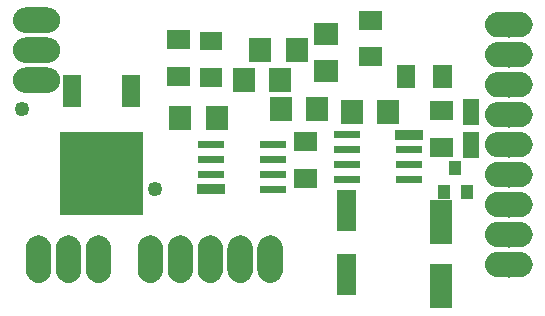
<source format=gbs>
G04 MADE WITH FRITZING*
G04 WWW.FRITZING.ORG*
G04 DOUBLE SIDED*
G04 HOLES PLATED*
G04 CONTOUR ON CENTER OF CONTOUR VECTOR*
%ASAXBY*%
%FSLAX23Y23*%
%MOIN*%
%OFA0B0*%
%SFA1.0B1.0*%
%ADD10C,0.084000*%
%ADD11C,0.049370*%
%ADD12R,0.041496X0.045433*%
%ADD13R,0.057244X0.088740*%
%ADD14R,0.097000X0.034000*%
%ADD15R,0.072992X0.084803*%
%ADD16R,0.084803X0.072992*%
%ADD17R,0.072992X0.147795*%
%ADD18C,0.010000*%
%ADD19R,0.001000X0.001000*%
%LNMASK0*%
G90*
G70*
G54D10*
X128Y991D03*
X128Y891D03*
X128Y791D03*
X334Y194D03*
X234Y194D03*
X134Y194D03*
X507Y194D03*
X607Y194D03*
X707Y194D03*
X807Y194D03*
X907Y194D03*
X1702Y976D03*
X1702Y876D03*
X1702Y776D03*
X1702Y676D03*
X1702Y576D03*
X1702Y476D03*
X1702Y376D03*
X1702Y276D03*
X1702Y176D03*
G54D11*
X521Y430D03*
X78Y696D03*
G54D12*
X1561Y420D03*
X1486Y420D03*
X1523Y499D03*
G54D13*
X1575Y576D03*
X1575Y686D03*
G54D14*
X708Y428D03*
G54D15*
X817Y794D03*
X939Y794D03*
X994Y893D03*
X872Y893D03*
G54D16*
X1092Y824D03*
X1092Y946D03*
G54D15*
X1063Y696D03*
X941Y696D03*
X728Y666D03*
X606Y666D03*
G54D17*
X1476Y318D03*
X1476Y105D03*
G54D15*
X1299Y686D03*
X1177Y686D03*
G54D14*
X1368Y610D03*
G54D18*
G36*
X752Y466D02*
X665Y466D01*
X665Y490D01*
X752Y490D01*
X752Y466D01*
G37*
D02*
G36*
X958Y416D02*
X871Y416D01*
X871Y440D01*
X958Y440D01*
X958Y416D01*
G37*
D02*
G36*
X958Y516D02*
X871Y516D01*
X871Y540D01*
X958Y540D01*
X958Y516D01*
G37*
D02*
G36*
X752Y516D02*
X665Y516D01*
X665Y540D01*
X752Y540D01*
X752Y516D01*
G37*
D02*
G36*
X958Y466D02*
X871Y466D01*
X871Y490D01*
X958Y490D01*
X958Y466D01*
G37*
D02*
G36*
X752Y566D02*
X665Y566D01*
X665Y590D01*
X752Y590D01*
X752Y566D01*
G37*
D02*
G36*
X958Y566D02*
X871Y566D01*
X871Y590D01*
X958Y590D01*
X958Y566D01*
G37*
D02*
G36*
X986Y619D02*
X1061Y619D01*
X1061Y556D01*
X986Y556D01*
X986Y619D01*
G37*
D02*
G36*
X986Y497D02*
X1061Y497D01*
X1061Y434D01*
X986Y434D01*
X986Y497D01*
G37*
D02*
G36*
X1202Y1023D02*
X1277Y1023D01*
X1277Y960D01*
X1202Y960D01*
X1202Y1023D01*
G37*
D02*
G36*
X1202Y901D02*
X1277Y901D01*
X1277Y838D01*
X1202Y838D01*
X1202Y901D01*
G37*
D02*
G36*
X671Y954D02*
X746Y954D01*
X746Y891D01*
X671Y891D01*
X671Y954D01*
G37*
D02*
G36*
X671Y832D02*
X746Y832D01*
X746Y769D01*
X671Y769D01*
X671Y832D01*
G37*
D02*
G36*
X638Y773D02*
X563Y773D01*
X563Y836D01*
X638Y836D01*
X638Y773D01*
G37*
D02*
G36*
X638Y895D02*
X563Y895D01*
X563Y958D01*
X638Y958D01*
X638Y895D01*
G37*
D02*
G36*
X206Y344D02*
X206Y619D01*
X482Y619D01*
X482Y344D01*
X206Y344D01*
G37*
D02*
G36*
X413Y702D02*
X413Y808D01*
X472Y808D01*
X472Y702D01*
X413Y702D01*
G37*
D02*
G36*
X216Y702D02*
X216Y808D01*
X275Y808D01*
X275Y702D01*
X216Y702D01*
G37*
D02*
G36*
X1193Y76D02*
X1130Y76D01*
X1130Y214D01*
X1193Y214D01*
X1193Y76D01*
G37*
D02*
G36*
X1193Y288D02*
X1130Y288D01*
X1130Y426D01*
X1193Y426D01*
X1193Y288D01*
G37*
D02*
G36*
X1327Y767D02*
X1327Y842D01*
X1390Y842D01*
X1390Y767D01*
X1327Y767D01*
G37*
D02*
G36*
X1449Y767D02*
X1449Y842D01*
X1512Y842D01*
X1512Y767D01*
X1449Y767D01*
G37*
D02*
G36*
X1324Y572D02*
X1411Y572D01*
X1411Y548D01*
X1324Y548D01*
X1324Y572D01*
G37*
D02*
G36*
X1118Y622D02*
X1205Y622D01*
X1205Y598D01*
X1118Y598D01*
X1118Y622D01*
G37*
D02*
G36*
X1118Y522D02*
X1205Y522D01*
X1205Y498D01*
X1118Y498D01*
X1118Y522D01*
G37*
D02*
G36*
X1324Y522D02*
X1411Y522D01*
X1411Y498D01*
X1324Y498D01*
X1324Y522D01*
G37*
D02*
G36*
X1118Y572D02*
X1205Y572D01*
X1205Y548D01*
X1118Y548D01*
X1118Y572D01*
G37*
D02*
G36*
X1324Y472D02*
X1411Y472D01*
X1411Y448D01*
X1324Y448D01*
X1324Y472D01*
G37*
D02*
G36*
X1118Y472D02*
X1205Y472D01*
X1205Y448D01*
X1118Y448D01*
X1118Y472D01*
G37*
D02*
G36*
X1514Y536D02*
X1439Y536D01*
X1439Y599D01*
X1514Y599D01*
X1514Y536D01*
G37*
D02*
G36*
X1514Y659D02*
X1439Y659D01*
X1439Y722D01*
X1514Y722D01*
X1514Y659D01*
G37*
D02*
G54D19*
X90Y1034D02*
X164Y1034D01*
X82Y1033D02*
X172Y1033D01*
X78Y1032D02*
X176Y1032D01*
X76Y1031D02*
X179Y1031D01*
X73Y1030D02*
X181Y1030D01*
X71Y1029D02*
X183Y1029D01*
X70Y1028D02*
X185Y1028D01*
X68Y1027D02*
X186Y1027D01*
X67Y1026D02*
X188Y1026D01*
X65Y1025D02*
X189Y1025D01*
X64Y1024D02*
X190Y1024D01*
X63Y1023D02*
X191Y1023D01*
X62Y1022D02*
X192Y1022D01*
X61Y1021D02*
X193Y1021D01*
X60Y1020D02*
X194Y1020D01*
X59Y1019D02*
X195Y1019D01*
X1663Y1019D02*
X1740Y1019D01*
X58Y1018D02*
X196Y1018D01*
X1656Y1018D02*
X1747Y1018D01*
X57Y1017D02*
X197Y1017D01*
X1652Y1017D02*
X1750Y1017D01*
X57Y1016D02*
X198Y1016D01*
X1650Y1016D02*
X1753Y1016D01*
X56Y1015D02*
X198Y1015D01*
X1647Y1015D02*
X1755Y1015D01*
X55Y1014D02*
X199Y1014D01*
X1645Y1014D02*
X1757Y1014D01*
X55Y1013D02*
X200Y1013D01*
X1644Y1013D02*
X1759Y1013D01*
X54Y1012D02*
X200Y1012D01*
X1642Y1012D02*
X1760Y1012D01*
X53Y1011D02*
X201Y1011D01*
X1641Y1011D02*
X1762Y1011D01*
X53Y1010D02*
X201Y1010D01*
X1639Y1010D02*
X1763Y1010D01*
X52Y1009D02*
X126Y1009D01*
X128Y1009D02*
X202Y1009D01*
X1638Y1009D02*
X1764Y1009D01*
X52Y1008D02*
X120Y1008D01*
X134Y1008D02*
X202Y1008D01*
X1637Y1008D02*
X1766Y1008D01*
X52Y1007D02*
X118Y1007D01*
X136Y1007D02*
X203Y1007D01*
X1636Y1007D02*
X1767Y1007D01*
X51Y1006D02*
X116Y1006D01*
X138Y1006D02*
X203Y1006D01*
X1635Y1006D02*
X1768Y1006D01*
X51Y1005D02*
X115Y1005D01*
X139Y1005D02*
X203Y1005D01*
X1634Y1005D02*
X1769Y1005D01*
X51Y1004D02*
X114Y1004D01*
X140Y1004D02*
X204Y1004D01*
X1633Y1004D02*
X1769Y1004D01*
X50Y1003D02*
X113Y1003D01*
X141Y1003D02*
X204Y1003D01*
X1632Y1003D02*
X1770Y1003D01*
X50Y1002D02*
X112Y1002D01*
X142Y1002D02*
X204Y1002D01*
X1631Y1002D02*
X1771Y1002D01*
X50Y1001D02*
X112Y1001D01*
X142Y1001D02*
X205Y1001D01*
X1631Y1001D02*
X1772Y1001D01*
X49Y1000D02*
X111Y1000D01*
X143Y1000D02*
X205Y1000D01*
X1630Y1000D02*
X1773Y1000D01*
X49Y999D02*
X111Y999D01*
X143Y999D02*
X205Y999D01*
X1629Y999D02*
X1773Y999D01*
X49Y998D02*
X111Y998D01*
X144Y998D02*
X205Y998D01*
X1629Y998D02*
X1774Y998D01*
X49Y997D02*
X110Y997D01*
X144Y997D02*
X205Y997D01*
X1628Y997D02*
X1774Y997D01*
X49Y996D02*
X110Y996D01*
X144Y996D02*
X205Y996D01*
X1628Y996D02*
X1775Y996D01*
X49Y995D02*
X110Y995D01*
X144Y995D02*
X205Y995D01*
X1627Y995D02*
X1775Y995D01*
X49Y994D02*
X110Y994D01*
X145Y994D02*
X205Y994D01*
X1627Y994D02*
X1699Y994D01*
X1704Y994D02*
X1776Y994D01*
X49Y993D02*
X110Y993D01*
X145Y993D02*
X206Y993D01*
X1626Y993D02*
X1694Y993D01*
X1708Y993D02*
X1776Y993D01*
X49Y992D02*
X110Y992D01*
X145Y992D02*
X206Y992D01*
X1626Y992D02*
X1692Y992D01*
X1710Y992D02*
X1777Y992D01*
X49Y991D02*
X110Y991D01*
X145Y991D02*
X206Y991D01*
X1625Y991D02*
X1690Y991D01*
X1712Y991D02*
X1777Y991D01*
X49Y990D02*
X110Y990D01*
X145Y990D02*
X205Y990D01*
X1625Y990D02*
X1689Y990D01*
X1713Y990D02*
X1778Y990D01*
X49Y989D02*
X110Y989D01*
X144Y989D02*
X205Y989D01*
X1625Y989D02*
X1688Y989D01*
X1714Y989D02*
X1778Y989D01*
X49Y988D02*
X110Y988D01*
X144Y988D02*
X205Y988D01*
X1624Y988D02*
X1687Y988D01*
X1715Y988D02*
X1778Y988D01*
X49Y987D02*
X110Y987D01*
X144Y987D02*
X205Y987D01*
X1624Y987D02*
X1687Y987D01*
X1716Y987D02*
X1778Y987D01*
X49Y986D02*
X111Y986D01*
X144Y986D02*
X205Y986D01*
X1624Y986D02*
X1686Y986D01*
X1717Y986D02*
X1779Y986D01*
X49Y985D02*
X111Y985D01*
X143Y985D02*
X205Y985D01*
X1624Y985D02*
X1685Y985D01*
X1717Y985D02*
X1779Y985D01*
X49Y984D02*
X111Y984D01*
X143Y984D02*
X205Y984D01*
X1623Y984D02*
X1685Y984D01*
X1717Y984D02*
X1779Y984D01*
X50Y983D02*
X112Y983D01*
X142Y983D02*
X205Y983D01*
X1623Y983D02*
X1685Y983D01*
X1718Y983D02*
X1779Y983D01*
X50Y982D02*
X113Y982D01*
X142Y982D02*
X204Y982D01*
X1623Y982D02*
X1684Y982D01*
X1718Y982D02*
X1779Y982D01*
X50Y981D02*
X113Y981D01*
X141Y981D02*
X204Y981D01*
X1623Y981D02*
X1684Y981D01*
X1718Y981D02*
X1780Y981D01*
X51Y980D02*
X114Y980D01*
X140Y980D02*
X204Y980D01*
X1623Y980D02*
X1684Y980D01*
X1719Y980D02*
X1780Y980D01*
X51Y979D02*
X115Y979D01*
X139Y979D02*
X203Y979D01*
X1623Y979D02*
X1684Y979D01*
X1719Y979D02*
X1780Y979D01*
X51Y978D02*
X117Y978D01*
X138Y978D02*
X203Y978D01*
X1623Y978D02*
X1684Y978D01*
X1719Y978D02*
X1780Y978D01*
X52Y977D02*
X118Y977D01*
X136Y977D02*
X203Y977D01*
X1623Y977D02*
X1684Y977D01*
X1719Y977D02*
X1780Y977D01*
X52Y976D02*
X121Y976D01*
X134Y976D02*
X202Y976D01*
X1623Y976D02*
X1684Y976D01*
X1719Y976D02*
X1780Y976D01*
X53Y975D02*
X202Y975D01*
X1623Y975D02*
X1684Y975D01*
X1719Y975D02*
X1780Y975D01*
X53Y974D02*
X201Y974D01*
X1623Y974D02*
X1684Y974D01*
X1719Y974D02*
X1780Y974D01*
X54Y973D02*
X201Y973D01*
X1623Y973D02*
X1684Y973D01*
X1718Y973D02*
X1779Y973D01*
X54Y972D02*
X200Y972D01*
X1623Y972D02*
X1684Y972D01*
X1718Y972D02*
X1779Y972D01*
X55Y971D02*
X200Y971D01*
X1623Y971D02*
X1685Y971D01*
X1718Y971D02*
X1779Y971D01*
X55Y970D02*
X199Y970D01*
X1623Y970D02*
X1685Y970D01*
X1717Y970D02*
X1779Y970D01*
X56Y969D02*
X198Y969D01*
X1624Y969D02*
X1686Y969D01*
X1717Y969D02*
X1779Y969D01*
X57Y968D02*
X198Y968D01*
X1624Y968D02*
X1686Y968D01*
X1716Y968D02*
X1779Y968D01*
X57Y967D02*
X197Y967D01*
X1624Y967D02*
X1687Y967D01*
X1716Y967D02*
X1778Y967D01*
X58Y966D02*
X196Y966D01*
X1624Y966D02*
X1687Y966D01*
X1715Y966D02*
X1778Y966D01*
X59Y965D02*
X195Y965D01*
X1625Y965D02*
X1688Y965D01*
X1714Y965D02*
X1778Y965D01*
X60Y964D02*
X194Y964D01*
X1625Y964D02*
X1689Y964D01*
X1713Y964D02*
X1777Y964D01*
X61Y963D02*
X193Y963D01*
X1625Y963D02*
X1691Y963D01*
X1712Y963D02*
X1777Y963D01*
X62Y962D02*
X192Y962D01*
X1626Y962D02*
X1692Y962D01*
X1710Y962D02*
X1777Y962D01*
X63Y961D02*
X191Y961D01*
X1626Y961D02*
X1695Y961D01*
X1708Y961D02*
X1776Y961D01*
X64Y960D02*
X190Y960D01*
X1627Y960D02*
X1776Y960D01*
X65Y959D02*
X189Y959D01*
X1627Y959D02*
X1775Y959D01*
X67Y958D02*
X188Y958D01*
X1628Y958D02*
X1775Y958D01*
X68Y957D02*
X186Y957D01*
X1628Y957D02*
X1774Y957D01*
X70Y956D02*
X184Y956D01*
X1629Y956D02*
X1774Y956D01*
X71Y955D02*
X183Y955D01*
X1629Y955D02*
X1773Y955D01*
X73Y954D02*
X181Y954D01*
X1630Y954D02*
X1772Y954D01*
X76Y953D02*
X178Y953D01*
X1631Y953D02*
X1772Y953D01*
X78Y952D02*
X176Y952D01*
X1632Y952D02*
X1771Y952D01*
X82Y951D02*
X172Y951D01*
X1632Y951D02*
X1770Y951D01*
X1633Y950D02*
X1769Y950D01*
X1634Y949D02*
X1768Y949D01*
X1635Y948D02*
X1767Y948D01*
X1636Y947D02*
X1766Y947D01*
X1637Y946D02*
X1765Y946D01*
X1638Y945D02*
X1764Y945D01*
X1640Y944D02*
X1763Y944D01*
X1641Y943D02*
X1762Y943D01*
X1642Y942D02*
X1760Y942D01*
X1644Y941D02*
X1759Y941D01*
X1646Y940D02*
X1757Y940D01*
X1648Y939D02*
X1755Y939D01*
X1650Y938D02*
X1753Y938D01*
X1653Y937D02*
X1750Y937D01*
X1656Y936D02*
X1746Y936D01*
X89Y934D02*
X165Y934D01*
X82Y933D02*
X173Y933D01*
X78Y932D02*
X176Y932D01*
X75Y931D02*
X179Y931D01*
X73Y930D02*
X181Y930D01*
X71Y929D02*
X183Y929D01*
X69Y928D02*
X185Y928D01*
X68Y927D02*
X186Y927D01*
X66Y926D02*
X188Y926D01*
X65Y925D02*
X189Y925D01*
X64Y924D02*
X190Y924D01*
X63Y923D02*
X191Y923D01*
X62Y922D02*
X193Y922D01*
X61Y921D02*
X194Y921D01*
X60Y920D02*
X194Y920D01*
X59Y919D02*
X195Y919D01*
X1662Y919D02*
X1741Y919D01*
X58Y918D02*
X196Y918D01*
X1655Y918D02*
X1747Y918D01*
X57Y917D02*
X197Y917D01*
X1652Y917D02*
X1751Y917D01*
X57Y916D02*
X198Y916D01*
X1649Y916D02*
X1753Y916D01*
X56Y915D02*
X198Y915D01*
X1647Y915D02*
X1755Y915D01*
X55Y914D02*
X199Y914D01*
X1645Y914D02*
X1757Y914D01*
X55Y913D02*
X200Y913D01*
X1643Y913D02*
X1759Y913D01*
X54Y912D02*
X200Y912D01*
X1642Y912D02*
X1761Y912D01*
X53Y911D02*
X201Y911D01*
X1641Y911D02*
X1762Y911D01*
X53Y910D02*
X201Y910D01*
X1639Y910D02*
X1763Y910D01*
X52Y909D02*
X125Y909D01*
X129Y909D02*
X202Y909D01*
X1638Y909D02*
X1765Y909D01*
X52Y908D02*
X120Y908D01*
X134Y908D02*
X202Y908D01*
X1637Y908D02*
X1766Y908D01*
X52Y907D02*
X118Y907D01*
X136Y907D02*
X203Y907D01*
X1636Y907D02*
X1767Y907D01*
X51Y906D02*
X116Y906D01*
X138Y906D02*
X203Y906D01*
X1635Y906D02*
X1768Y906D01*
X51Y905D02*
X115Y905D01*
X139Y905D02*
X203Y905D01*
X1634Y905D02*
X1769Y905D01*
X50Y904D02*
X114Y904D01*
X140Y904D02*
X204Y904D01*
X1633Y904D02*
X1770Y904D01*
X50Y903D02*
X113Y903D01*
X141Y903D02*
X204Y903D01*
X1632Y903D02*
X1770Y903D01*
X50Y902D02*
X112Y902D01*
X142Y902D02*
X204Y902D01*
X1631Y902D02*
X1771Y902D01*
X50Y901D02*
X112Y901D01*
X142Y901D02*
X205Y901D01*
X1631Y901D02*
X1772Y901D01*
X49Y900D02*
X111Y900D01*
X143Y900D02*
X205Y900D01*
X1630Y900D02*
X1773Y900D01*
X49Y899D02*
X111Y899D01*
X143Y899D02*
X205Y899D01*
X1629Y899D02*
X1773Y899D01*
X49Y898D02*
X111Y898D01*
X144Y898D02*
X205Y898D01*
X1629Y898D02*
X1774Y898D01*
X49Y897D02*
X110Y897D01*
X144Y897D02*
X205Y897D01*
X1628Y897D02*
X1774Y897D01*
X49Y896D02*
X110Y896D01*
X144Y896D02*
X205Y896D01*
X1628Y896D02*
X1775Y896D01*
X49Y895D02*
X110Y895D01*
X144Y895D02*
X205Y895D01*
X1627Y895D02*
X1775Y895D01*
X49Y894D02*
X110Y894D01*
X145Y894D02*
X205Y894D01*
X1627Y894D02*
X1698Y894D01*
X1704Y894D02*
X1776Y894D01*
X49Y893D02*
X110Y893D01*
X145Y893D02*
X206Y893D01*
X1626Y893D02*
X1694Y893D01*
X1708Y893D02*
X1776Y893D01*
X49Y892D02*
X110Y892D01*
X145Y892D02*
X206Y892D01*
X1626Y892D02*
X1692Y892D01*
X1711Y892D02*
X1777Y892D01*
X49Y891D02*
X110Y891D01*
X145Y891D02*
X206Y891D01*
X1625Y891D02*
X1690Y891D01*
X1712Y891D02*
X1777Y891D01*
X49Y890D02*
X110Y890D01*
X144Y890D02*
X205Y890D01*
X1625Y890D02*
X1689Y890D01*
X1713Y890D02*
X1778Y890D01*
X49Y889D02*
X110Y889D01*
X144Y889D02*
X205Y889D01*
X1625Y889D02*
X1688Y889D01*
X1714Y889D02*
X1778Y889D01*
X49Y888D02*
X110Y888D01*
X144Y888D02*
X205Y888D01*
X1624Y888D02*
X1687Y888D01*
X1715Y888D02*
X1778Y888D01*
X49Y887D02*
X110Y887D01*
X144Y887D02*
X205Y887D01*
X1624Y887D02*
X1687Y887D01*
X1716Y887D02*
X1778Y887D01*
X49Y886D02*
X111Y886D01*
X144Y886D02*
X205Y886D01*
X1624Y886D02*
X1686Y886D01*
X1717Y886D02*
X1779Y886D01*
X49Y885D02*
X111Y885D01*
X143Y885D02*
X205Y885D01*
X1624Y885D02*
X1685Y885D01*
X1717Y885D02*
X1779Y885D01*
X50Y884D02*
X111Y884D01*
X143Y884D02*
X205Y884D01*
X1623Y884D02*
X1685Y884D01*
X1718Y884D02*
X1779Y884D01*
X50Y883D02*
X112Y883D01*
X142Y883D02*
X204Y883D01*
X1623Y883D02*
X1685Y883D01*
X1718Y883D02*
X1779Y883D01*
X50Y882D02*
X113Y882D01*
X142Y882D02*
X204Y882D01*
X1623Y882D02*
X1684Y882D01*
X1718Y882D02*
X1779Y882D01*
X50Y881D02*
X113Y881D01*
X141Y881D02*
X204Y881D01*
X1623Y881D02*
X1684Y881D01*
X1718Y881D02*
X1780Y881D01*
X51Y880D02*
X114Y880D01*
X140Y880D02*
X204Y880D01*
X1623Y880D02*
X1684Y880D01*
X1719Y880D02*
X1780Y880D01*
X51Y879D02*
X115Y879D01*
X139Y879D02*
X203Y879D01*
X1623Y879D02*
X1684Y879D01*
X1719Y879D02*
X1780Y879D01*
X51Y878D02*
X117Y878D01*
X138Y878D02*
X203Y878D01*
X1623Y878D02*
X1684Y878D01*
X1719Y878D02*
X1780Y878D01*
X52Y877D02*
X118Y877D01*
X136Y877D02*
X203Y877D01*
X1623Y877D02*
X1684Y877D01*
X1719Y877D02*
X1780Y877D01*
X52Y876D02*
X121Y876D01*
X133Y876D02*
X202Y876D01*
X1623Y876D02*
X1684Y876D01*
X1719Y876D02*
X1780Y876D01*
X53Y875D02*
X202Y875D01*
X1623Y875D02*
X1684Y875D01*
X1719Y875D02*
X1780Y875D01*
X53Y874D02*
X201Y874D01*
X1623Y874D02*
X1684Y874D01*
X1718Y874D02*
X1780Y874D01*
X54Y873D02*
X201Y873D01*
X1623Y873D02*
X1684Y873D01*
X1718Y873D02*
X1779Y873D01*
X54Y872D02*
X200Y872D01*
X1623Y872D02*
X1684Y872D01*
X1718Y872D02*
X1779Y872D01*
X55Y871D02*
X200Y871D01*
X1623Y871D02*
X1685Y871D01*
X1718Y871D02*
X1779Y871D01*
X55Y870D02*
X199Y870D01*
X1623Y870D02*
X1685Y870D01*
X1717Y870D02*
X1779Y870D01*
X56Y869D02*
X198Y869D01*
X1624Y869D02*
X1686Y869D01*
X1717Y869D02*
X1779Y869D01*
X57Y868D02*
X198Y868D01*
X1624Y868D02*
X1686Y868D01*
X1716Y868D02*
X1779Y868D01*
X57Y867D02*
X197Y867D01*
X1624Y867D02*
X1687Y867D01*
X1716Y867D02*
X1778Y867D01*
X58Y866D02*
X196Y866D01*
X1624Y866D02*
X1687Y866D01*
X1715Y866D02*
X1778Y866D01*
X59Y865D02*
X195Y865D01*
X1625Y865D02*
X1688Y865D01*
X1714Y865D02*
X1778Y865D01*
X60Y864D02*
X194Y864D01*
X1625Y864D02*
X1689Y864D01*
X1713Y864D02*
X1777Y864D01*
X61Y863D02*
X193Y863D01*
X1625Y863D02*
X1691Y863D01*
X1712Y863D02*
X1777Y863D01*
X62Y862D02*
X192Y862D01*
X1626Y862D02*
X1693Y862D01*
X1710Y862D02*
X1777Y862D01*
X63Y861D02*
X191Y861D01*
X1626Y861D02*
X1695Y861D01*
X1707Y861D02*
X1776Y861D01*
X64Y860D02*
X190Y860D01*
X1627Y860D02*
X1776Y860D01*
X65Y859D02*
X189Y859D01*
X1627Y859D02*
X1775Y859D01*
X67Y858D02*
X187Y858D01*
X1628Y858D02*
X1775Y858D01*
X68Y857D02*
X186Y857D01*
X1628Y857D02*
X1774Y857D01*
X70Y856D02*
X184Y856D01*
X1629Y856D02*
X1774Y856D01*
X72Y855D02*
X183Y855D01*
X1629Y855D02*
X1773Y855D01*
X74Y854D02*
X181Y854D01*
X1630Y854D02*
X1772Y854D01*
X76Y853D02*
X178Y853D01*
X1631Y853D02*
X1772Y853D01*
X79Y852D02*
X176Y852D01*
X1632Y852D02*
X1771Y852D01*
X83Y851D02*
X172Y851D01*
X1632Y851D02*
X1770Y851D01*
X1633Y850D02*
X1769Y850D01*
X1634Y849D02*
X1768Y849D01*
X1635Y848D02*
X1767Y848D01*
X1636Y847D02*
X1766Y847D01*
X1637Y846D02*
X1765Y846D01*
X1638Y845D02*
X1764Y845D01*
X1640Y844D02*
X1763Y844D01*
X1641Y843D02*
X1762Y843D01*
X1642Y842D02*
X1760Y842D01*
X1644Y841D02*
X1758Y841D01*
X1646Y840D02*
X1757Y840D01*
X1648Y839D02*
X1755Y839D01*
X1650Y838D02*
X1752Y838D01*
X1653Y837D02*
X1750Y837D01*
X1657Y836D02*
X1746Y836D01*
X88Y834D02*
X166Y834D01*
X81Y833D02*
X173Y833D01*
X78Y832D02*
X176Y832D01*
X75Y831D02*
X179Y831D01*
X73Y830D02*
X181Y830D01*
X71Y829D02*
X183Y829D01*
X69Y828D02*
X185Y828D01*
X68Y827D02*
X186Y827D01*
X66Y826D02*
X188Y826D01*
X65Y825D02*
X189Y825D01*
X64Y824D02*
X190Y824D01*
X63Y823D02*
X191Y823D01*
X62Y822D02*
X193Y822D01*
X61Y821D02*
X194Y821D01*
X60Y820D02*
X194Y820D01*
X59Y819D02*
X195Y819D01*
X1661Y819D02*
X1742Y819D01*
X58Y818D02*
X196Y818D01*
X1655Y818D02*
X1747Y818D01*
X57Y817D02*
X197Y817D01*
X1652Y817D02*
X1751Y817D01*
X56Y816D02*
X198Y816D01*
X1649Y816D02*
X1753Y816D01*
X56Y815D02*
X198Y815D01*
X1647Y815D02*
X1756Y815D01*
X55Y814D02*
X199Y814D01*
X1645Y814D02*
X1757Y814D01*
X55Y813D02*
X200Y813D01*
X1643Y813D02*
X1759Y813D01*
X54Y812D02*
X200Y812D01*
X1642Y812D02*
X1761Y812D01*
X53Y811D02*
X201Y811D01*
X1640Y811D02*
X1762Y811D01*
X53Y810D02*
X201Y810D01*
X1639Y810D02*
X1763Y810D01*
X52Y809D02*
X124Y809D01*
X130Y809D02*
X202Y809D01*
X1638Y809D02*
X1765Y809D01*
X52Y808D02*
X120Y808D01*
X134Y808D02*
X202Y808D01*
X1637Y808D02*
X1766Y808D01*
X52Y807D02*
X118Y807D01*
X136Y807D02*
X203Y807D01*
X1636Y807D02*
X1767Y807D01*
X51Y806D02*
X116Y806D01*
X138Y806D02*
X203Y806D01*
X1635Y806D02*
X1768Y806D01*
X51Y805D02*
X115Y805D01*
X139Y805D02*
X203Y805D01*
X1634Y805D02*
X1769Y805D01*
X50Y804D02*
X114Y804D01*
X140Y804D02*
X204Y804D01*
X1633Y804D02*
X1770Y804D01*
X50Y803D02*
X113Y803D01*
X141Y803D02*
X204Y803D01*
X1632Y803D02*
X1770Y803D01*
X50Y802D02*
X112Y802D01*
X142Y802D02*
X204Y802D01*
X1631Y802D02*
X1771Y802D01*
X50Y801D02*
X112Y801D01*
X142Y801D02*
X205Y801D01*
X1631Y801D02*
X1772Y801D01*
X49Y800D02*
X111Y800D01*
X143Y800D02*
X205Y800D01*
X1630Y800D02*
X1773Y800D01*
X49Y799D02*
X111Y799D01*
X143Y799D02*
X205Y799D01*
X1629Y799D02*
X1773Y799D01*
X49Y798D02*
X110Y798D01*
X144Y798D02*
X205Y798D01*
X1629Y798D02*
X1774Y798D01*
X49Y797D02*
X110Y797D01*
X144Y797D02*
X205Y797D01*
X1628Y797D02*
X1774Y797D01*
X49Y796D02*
X110Y796D01*
X144Y796D02*
X205Y796D01*
X1628Y796D02*
X1775Y796D01*
X49Y795D02*
X110Y795D01*
X144Y795D02*
X205Y795D01*
X1627Y795D02*
X1776Y795D01*
X49Y794D02*
X110Y794D01*
X145Y794D02*
X205Y794D01*
X1627Y794D02*
X1698Y794D01*
X1705Y794D02*
X1776Y794D01*
X49Y793D02*
X110Y793D01*
X145Y793D02*
X206Y793D01*
X1626Y793D02*
X1694Y793D01*
X1709Y793D02*
X1776Y793D01*
X49Y792D02*
X110Y792D01*
X145Y792D02*
X206Y792D01*
X1626Y792D02*
X1692Y792D01*
X1711Y792D02*
X1777Y792D01*
X49Y791D02*
X110Y791D01*
X145Y791D02*
X206Y791D01*
X1625Y791D02*
X1690Y791D01*
X1712Y791D02*
X1777Y791D01*
X49Y790D02*
X110Y790D01*
X145Y790D02*
X206Y790D01*
X1625Y790D02*
X1689Y790D01*
X1713Y790D02*
X1778Y790D01*
X49Y789D02*
X110Y789D01*
X144Y789D02*
X205Y789D01*
X1625Y789D02*
X1688Y789D01*
X1714Y789D02*
X1778Y789D01*
X49Y788D02*
X110Y788D01*
X144Y788D02*
X205Y788D01*
X1624Y788D02*
X1687Y788D01*
X1715Y788D02*
X1778Y788D01*
X49Y787D02*
X110Y787D01*
X144Y787D02*
X205Y787D01*
X1624Y787D02*
X1686Y787D01*
X1716Y787D02*
X1778Y787D01*
X49Y786D02*
X111Y786D01*
X144Y786D02*
X205Y786D01*
X1624Y786D02*
X1686Y786D01*
X1717Y786D02*
X1779Y786D01*
X49Y785D02*
X111Y785D01*
X143Y785D02*
X205Y785D01*
X1624Y785D02*
X1685Y785D01*
X1717Y785D02*
X1779Y785D01*
X50Y784D02*
X111Y784D01*
X143Y784D02*
X205Y784D01*
X1623Y784D02*
X1685Y784D01*
X1718Y784D02*
X1779Y784D01*
X50Y783D02*
X112Y783D01*
X142Y783D02*
X204Y783D01*
X1623Y783D02*
X1685Y783D01*
X1718Y783D02*
X1779Y783D01*
X50Y782D02*
X113Y782D01*
X142Y782D02*
X204Y782D01*
X1623Y782D02*
X1684Y782D01*
X1718Y782D02*
X1779Y782D01*
X50Y781D02*
X113Y781D01*
X141Y781D02*
X204Y781D01*
X1623Y781D02*
X1684Y781D01*
X1718Y781D02*
X1780Y781D01*
X51Y780D02*
X114Y780D01*
X140Y780D02*
X204Y780D01*
X1623Y780D02*
X1684Y780D01*
X1719Y780D02*
X1780Y780D01*
X51Y779D02*
X115Y779D01*
X139Y779D02*
X203Y779D01*
X1623Y779D02*
X1684Y779D01*
X1719Y779D02*
X1780Y779D01*
X51Y778D02*
X117Y778D01*
X138Y778D02*
X203Y778D01*
X1623Y778D02*
X1684Y778D01*
X1719Y778D02*
X1780Y778D01*
X52Y777D02*
X118Y777D01*
X136Y777D02*
X203Y777D01*
X1623Y777D02*
X1684Y777D01*
X1719Y777D02*
X1780Y777D01*
X52Y776D02*
X121Y776D01*
X133Y776D02*
X202Y776D01*
X1623Y776D02*
X1684Y776D01*
X1719Y776D02*
X1780Y776D01*
X53Y775D02*
X202Y775D01*
X1623Y775D02*
X1684Y775D01*
X1719Y775D02*
X1780Y775D01*
X53Y774D02*
X201Y774D01*
X1623Y774D02*
X1684Y774D01*
X1718Y774D02*
X1780Y774D01*
X54Y773D02*
X201Y773D01*
X1623Y773D02*
X1684Y773D01*
X1718Y773D02*
X1779Y773D01*
X54Y772D02*
X200Y772D01*
X1623Y772D02*
X1684Y772D01*
X1718Y772D02*
X1779Y772D01*
X55Y771D02*
X200Y771D01*
X1623Y771D02*
X1685Y771D01*
X1718Y771D02*
X1779Y771D01*
X55Y770D02*
X199Y770D01*
X1623Y770D02*
X1685Y770D01*
X1717Y770D02*
X1779Y770D01*
X56Y769D02*
X198Y769D01*
X1624Y769D02*
X1686Y769D01*
X1717Y769D02*
X1779Y769D01*
X57Y768D02*
X197Y768D01*
X1624Y768D02*
X1686Y768D01*
X1716Y768D02*
X1779Y768D01*
X57Y767D02*
X197Y767D01*
X1624Y767D02*
X1687Y767D01*
X1716Y767D02*
X1778Y767D01*
X58Y766D02*
X196Y766D01*
X1624Y766D02*
X1688Y766D01*
X1715Y766D02*
X1778Y766D01*
X59Y765D02*
X195Y765D01*
X1625Y765D02*
X1688Y765D01*
X1714Y765D02*
X1778Y765D01*
X60Y764D02*
X194Y764D01*
X1625Y764D02*
X1690Y764D01*
X1713Y764D02*
X1777Y764D01*
X61Y763D02*
X193Y763D01*
X1625Y763D02*
X1691Y763D01*
X1712Y763D02*
X1777Y763D01*
X62Y762D02*
X192Y762D01*
X1626Y762D02*
X1693Y762D01*
X1710Y762D02*
X1777Y762D01*
X63Y761D02*
X191Y761D01*
X1626Y761D02*
X1695Y761D01*
X1707Y761D02*
X1776Y761D01*
X64Y760D02*
X190Y760D01*
X1627Y760D02*
X1776Y760D01*
X65Y759D02*
X189Y759D01*
X1627Y759D02*
X1775Y759D01*
X67Y758D02*
X187Y758D01*
X1628Y758D02*
X1775Y758D01*
X68Y757D02*
X186Y757D01*
X1628Y757D02*
X1774Y757D01*
X70Y756D02*
X184Y756D01*
X1629Y756D02*
X1774Y756D01*
X72Y755D02*
X183Y755D01*
X1630Y755D02*
X1773Y755D01*
X74Y754D02*
X181Y754D01*
X1630Y754D02*
X1772Y754D01*
X76Y753D02*
X178Y753D01*
X1631Y753D02*
X1772Y753D01*
X79Y752D02*
X175Y752D01*
X1632Y752D02*
X1771Y752D01*
X83Y751D02*
X171Y751D01*
X1632Y751D02*
X1770Y751D01*
X1633Y750D02*
X1769Y750D01*
X1634Y749D02*
X1768Y749D01*
X1635Y748D02*
X1767Y748D01*
X1636Y747D02*
X1766Y747D01*
X1637Y746D02*
X1765Y746D01*
X1638Y745D02*
X1764Y745D01*
X1640Y744D02*
X1763Y744D01*
X1641Y743D02*
X1761Y743D01*
X1643Y742D02*
X1760Y742D01*
X1644Y741D02*
X1758Y741D01*
X1646Y740D02*
X1757Y740D01*
X1648Y739D02*
X1755Y739D01*
X1650Y738D02*
X1752Y738D01*
X1653Y737D02*
X1749Y737D01*
X1657Y736D02*
X1745Y736D01*
X1660Y719D02*
X1742Y719D01*
X1655Y718D02*
X1748Y718D01*
X1652Y717D02*
X1751Y717D01*
X1649Y716D02*
X1753Y716D01*
X1647Y715D02*
X1756Y715D01*
X1645Y714D02*
X1758Y714D01*
X1643Y713D02*
X1759Y713D01*
X1642Y712D02*
X1761Y712D01*
X1640Y711D02*
X1762Y711D01*
X1639Y710D02*
X1763Y710D01*
X1638Y709D02*
X1765Y709D01*
X1637Y708D02*
X1766Y708D01*
X1636Y707D02*
X1767Y707D01*
X1635Y706D02*
X1768Y706D01*
X1634Y705D02*
X1769Y705D01*
X1633Y704D02*
X1770Y704D01*
X1632Y703D02*
X1770Y703D01*
X1631Y702D02*
X1771Y702D01*
X1631Y701D02*
X1772Y701D01*
X1630Y700D02*
X1773Y700D01*
X1629Y699D02*
X1773Y699D01*
X1629Y698D02*
X1774Y698D01*
X1628Y697D02*
X1774Y697D01*
X1627Y696D02*
X1775Y696D01*
X1627Y695D02*
X1776Y695D01*
X1626Y694D02*
X1697Y694D01*
X1705Y694D02*
X1776Y694D01*
X1626Y693D02*
X1694Y693D01*
X1709Y693D02*
X1776Y693D01*
X1626Y692D02*
X1692Y692D01*
X1711Y692D02*
X1777Y692D01*
X1625Y691D02*
X1690Y691D01*
X1712Y691D02*
X1777Y691D01*
X1625Y690D02*
X1689Y690D01*
X1714Y690D02*
X1778Y690D01*
X1625Y689D02*
X1688Y689D01*
X1715Y689D02*
X1778Y689D01*
X1624Y688D02*
X1687Y688D01*
X1715Y688D02*
X1778Y688D01*
X1624Y687D02*
X1686Y687D01*
X1716Y687D02*
X1778Y687D01*
X1624Y686D02*
X1686Y686D01*
X1717Y686D02*
X1779Y686D01*
X1624Y685D02*
X1685Y685D01*
X1717Y685D02*
X1779Y685D01*
X1623Y684D02*
X1685Y684D01*
X1718Y684D02*
X1779Y684D01*
X1623Y683D02*
X1685Y683D01*
X1718Y683D02*
X1779Y683D01*
X1623Y682D02*
X1684Y682D01*
X1718Y682D02*
X1779Y682D01*
X1623Y681D02*
X1684Y681D01*
X1718Y681D02*
X1780Y681D01*
X1623Y680D02*
X1684Y680D01*
X1719Y680D02*
X1780Y680D01*
X1623Y679D02*
X1684Y679D01*
X1719Y679D02*
X1780Y679D01*
X1623Y678D02*
X1684Y678D01*
X1719Y678D02*
X1780Y678D01*
X1623Y677D02*
X1684Y677D01*
X1719Y677D02*
X1780Y677D01*
X1623Y676D02*
X1684Y676D01*
X1719Y676D02*
X1780Y676D01*
X1623Y675D02*
X1684Y675D01*
X1719Y675D02*
X1780Y675D01*
X1623Y674D02*
X1684Y674D01*
X1718Y674D02*
X1780Y674D01*
X1623Y673D02*
X1684Y673D01*
X1718Y673D02*
X1779Y673D01*
X1623Y672D02*
X1684Y672D01*
X1718Y672D02*
X1779Y672D01*
X1623Y671D02*
X1685Y671D01*
X1718Y671D02*
X1779Y671D01*
X1623Y670D02*
X1685Y670D01*
X1717Y670D02*
X1779Y670D01*
X1624Y669D02*
X1686Y669D01*
X1717Y669D02*
X1779Y669D01*
X1624Y668D02*
X1686Y668D01*
X1716Y668D02*
X1779Y668D01*
X1624Y667D02*
X1687Y667D01*
X1716Y667D02*
X1778Y667D01*
X1624Y666D02*
X1688Y666D01*
X1715Y666D02*
X1778Y666D01*
X1625Y665D02*
X1689Y665D01*
X1714Y665D02*
X1778Y665D01*
X1625Y664D02*
X1690Y664D01*
X1713Y664D02*
X1777Y664D01*
X1625Y663D02*
X1691Y663D01*
X1711Y663D02*
X1777Y663D01*
X1626Y662D02*
X1693Y662D01*
X1710Y662D02*
X1777Y662D01*
X1626Y661D02*
X1696Y661D01*
X1707Y661D02*
X1776Y661D01*
X1627Y660D02*
X1776Y660D01*
X1627Y659D02*
X1775Y659D01*
X1628Y658D02*
X1775Y658D01*
X1628Y657D02*
X1774Y657D01*
X1629Y656D02*
X1774Y656D01*
X1630Y655D02*
X1773Y655D01*
X1630Y654D02*
X1772Y654D01*
X1631Y653D02*
X1772Y653D01*
X1632Y652D02*
X1771Y652D01*
X1633Y651D02*
X1770Y651D01*
X1633Y650D02*
X1769Y650D01*
X1634Y649D02*
X1768Y649D01*
X1635Y648D02*
X1767Y648D01*
X1636Y647D02*
X1766Y647D01*
X1637Y646D02*
X1765Y646D01*
X1639Y645D02*
X1764Y645D01*
X1640Y644D02*
X1763Y644D01*
X1641Y643D02*
X1761Y643D01*
X1643Y642D02*
X1760Y642D01*
X1644Y641D02*
X1758Y641D01*
X1646Y640D02*
X1756Y640D01*
X1648Y639D02*
X1754Y639D01*
X1650Y638D02*
X1752Y638D01*
X1653Y637D02*
X1749Y637D01*
X1658Y636D02*
X1745Y636D01*
X1660Y619D02*
X1743Y619D01*
X1655Y618D02*
X1748Y618D01*
X1651Y617D02*
X1751Y617D01*
X1649Y616D02*
X1754Y616D01*
X1647Y615D02*
X1756Y615D01*
X1645Y614D02*
X1758Y614D01*
X1643Y613D02*
X1759Y613D01*
X1642Y612D02*
X1761Y612D01*
X1640Y611D02*
X1762Y611D01*
X1639Y610D02*
X1764Y610D01*
X1638Y609D02*
X1765Y609D01*
X1637Y608D02*
X1766Y608D01*
X1636Y607D02*
X1767Y607D01*
X1635Y606D02*
X1768Y606D01*
X1634Y605D02*
X1769Y605D01*
X1633Y604D02*
X1770Y604D01*
X1632Y603D02*
X1771Y603D01*
X1631Y602D02*
X1771Y602D01*
X1630Y601D02*
X1772Y601D01*
X1630Y600D02*
X1773Y600D01*
X1629Y599D02*
X1773Y599D01*
X1629Y598D02*
X1774Y598D01*
X1628Y597D02*
X1775Y597D01*
X1627Y596D02*
X1775Y596D01*
X1627Y595D02*
X1776Y595D01*
X1626Y594D02*
X1697Y594D01*
X1706Y594D02*
X1776Y594D01*
X1626Y593D02*
X1694Y593D01*
X1709Y593D02*
X1776Y593D01*
X1626Y592D02*
X1692Y592D01*
X1711Y592D02*
X1777Y592D01*
X1625Y591D02*
X1690Y591D01*
X1712Y591D02*
X1777Y591D01*
X1625Y590D02*
X1689Y590D01*
X1714Y590D02*
X1778Y590D01*
X1625Y589D02*
X1688Y589D01*
X1715Y589D02*
X1778Y589D01*
X1624Y588D02*
X1687Y588D01*
X1715Y588D02*
X1778Y588D01*
X1624Y587D02*
X1686Y587D01*
X1716Y587D02*
X1779Y587D01*
X1624Y586D02*
X1686Y586D01*
X1717Y586D02*
X1779Y586D01*
X1624Y585D02*
X1685Y585D01*
X1717Y585D02*
X1779Y585D01*
X1623Y584D02*
X1685Y584D01*
X1718Y584D02*
X1779Y584D01*
X1623Y583D02*
X1685Y583D01*
X1718Y583D02*
X1779Y583D01*
X1623Y582D02*
X1684Y582D01*
X1718Y582D02*
X1779Y582D01*
X1623Y581D02*
X1684Y581D01*
X1718Y581D02*
X1780Y581D01*
X1623Y580D02*
X1684Y580D01*
X1719Y580D02*
X1780Y580D01*
X1623Y579D02*
X1684Y579D01*
X1719Y579D02*
X1780Y579D01*
X1623Y578D02*
X1684Y578D01*
X1719Y578D02*
X1780Y578D01*
X1623Y577D02*
X1684Y577D01*
X1719Y577D02*
X1780Y577D01*
X1623Y576D02*
X1684Y576D01*
X1719Y576D02*
X1780Y576D01*
X1623Y575D02*
X1684Y575D01*
X1719Y575D02*
X1780Y575D01*
X1623Y574D02*
X1684Y574D01*
X1718Y574D02*
X1780Y574D01*
X1623Y573D02*
X1684Y573D01*
X1718Y573D02*
X1779Y573D01*
X1623Y572D02*
X1684Y572D01*
X1718Y572D02*
X1779Y572D01*
X1623Y571D02*
X1685Y571D01*
X1718Y571D02*
X1779Y571D01*
X1623Y570D02*
X1685Y570D01*
X1717Y570D02*
X1779Y570D01*
X1624Y569D02*
X1686Y569D01*
X1717Y569D02*
X1779Y569D01*
X1624Y568D02*
X1686Y568D01*
X1716Y568D02*
X1779Y568D01*
X1624Y567D02*
X1687Y567D01*
X1716Y567D02*
X1778Y567D01*
X1624Y566D02*
X1688Y566D01*
X1715Y566D02*
X1778Y566D01*
X1625Y565D02*
X1689Y565D01*
X1714Y565D02*
X1778Y565D01*
X1625Y564D02*
X1690Y564D01*
X1713Y564D02*
X1777Y564D01*
X1625Y563D02*
X1691Y563D01*
X1711Y563D02*
X1777Y563D01*
X1626Y562D02*
X1693Y562D01*
X1710Y562D02*
X1777Y562D01*
X1626Y561D02*
X1696Y561D01*
X1707Y561D02*
X1776Y561D01*
X1627Y560D02*
X1776Y560D01*
X1627Y559D02*
X1775Y559D01*
X1628Y558D02*
X1775Y558D01*
X1628Y557D02*
X1774Y557D01*
X1629Y556D02*
X1774Y556D01*
X1630Y555D02*
X1773Y555D01*
X1630Y554D02*
X1772Y554D01*
X1631Y553D02*
X1771Y553D01*
X1632Y552D02*
X1771Y552D01*
X1633Y551D02*
X1770Y551D01*
X1633Y550D02*
X1769Y550D01*
X1634Y549D02*
X1768Y549D01*
X1635Y548D02*
X1767Y548D01*
X1636Y547D02*
X1766Y547D01*
X1637Y546D02*
X1765Y546D01*
X1639Y545D02*
X1764Y545D01*
X1640Y544D02*
X1763Y544D01*
X1641Y543D02*
X1761Y543D01*
X1643Y542D02*
X1760Y542D01*
X1644Y541D02*
X1758Y541D01*
X1646Y540D02*
X1756Y540D01*
X1648Y539D02*
X1754Y539D01*
X1651Y538D02*
X1752Y538D01*
X1654Y537D02*
X1749Y537D01*
X1658Y536D02*
X1745Y536D01*
X1659Y519D02*
X1743Y519D01*
X1654Y518D02*
X1748Y518D01*
X1651Y517D02*
X1751Y517D01*
X1649Y516D02*
X1754Y516D01*
X1647Y515D02*
X1756Y515D01*
X1645Y514D02*
X1758Y514D01*
X1643Y513D02*
X1759Y513D01*
X1642Y512D02*
X1761Y512D01*
X1640Y511D02*
X1762Y511D01*
X1639Y510D02*
X1764Y510D01*
X1638Y509D02*
X1765Y509D01*
X1637Y508D02*
X1766Y508D01*
X1636Y507D02*
X1767Y507D01*
X1635Y506D02*
X1768Y506D01*
X1634Y505D02*
X1769Y505D01*
X1633Y504D02*
X1770Y504D01*
X1632Y503D02*
X1771Y503D01*
X1631Y502D02*
X1771Y502D01*
X1630Y501D02*
X1772Y501D01*
X1630Y500D02*
X1773Y500D01*
X1629Y499D02*
X1773Y499D01*
X1629Y498D02*
X1774Y498D01*
X1628Y497D02*
X1775Y497D01*
X1627Y496D02*
X1775Y496D01*
X1627Y495D02*
X1776Y495D01*
X1626Y494D02*
X1697Y494D01*
X1706Y494D02*
X1776Y494D01*
X1626Y493D02*
X1693Y493D01*
X1709Y493D02*
X1777Y493D01*
X1626Y492D02*
X1691Y492D01*
X1711Y492D02*
X1777Y492D01*
X1625Y491D02*
X1690Y491D01*
X1713Y491D02*
X1777Y491D01*
X1625Y490D02*
X1689Y490D01*
X1714Y490D02*
X1778Y490D01*
X1625Y489D02*
X1688Y489D01*
X1715Y489D02*
X1778Y489D01*
X1624Y488D02*
X1687Y488D01*
X1715Y488D02*
X1778Y488D01*
X1624Y487D02*
X1686Y487D01*
X1716Y487D02*
X1779Y487D01*
X1624Y486D02*
X1686Y486D01*
X1717Y486D02*
X1779Y486D01*
X1624Y485D02*
X1685Y485D01*
X1717Y485D02*
X1779Y485D01*
X1623Y484D02*
X1685Y484D01*
X1718Y484D02*
X1779Y484D01*
X1623Y483D02*
X1685Y483D01*
X1718Y483D02*
X1779Y483D01*
X1623Y482D02*
X1684Y482D01*
X1718Y482D02*
X1779Y482D01*
X1623Y481D02*
X1684Y481D01*
X1718Y481D02*
X1780Y481D01*
X1623Y480D02*
X1684Y480D01*
X1719Y480D02*
X1780Y480D01*
X1623Y479D02*
X1684Y479D01*
X1719Y479D02*
X1780Y479D01*
X1623Y478D02*
X1684Y478D01*
X1719Y478D02*
X1780Y478D01*
X1623Y477D02*
X1684Y477D01*
X1719Y477D02*
X1780Y477D01*
X1623Y476D02*
X1684Y476D01*
X1719Y476D02*
X1780Y476D01*
X1623Y475D02*
X1684Y475D01*
X1719Y475D02*
X1780Y475D01*
X1623Y474D02*
X1684Y474D01*
X1718Y474D02*
X1780Y474D01*
X1623Y473D02*
X1684Y473D01*
X1718Y473D02*
X1779Y473D01*
X1623Y472D02*
X1685Y472D01*
X1718Y472D02*
X1779Y472D01*
X1623Y471D02*
X1685Y471D01*
X1718Y471D02*
X1779Y471D01*
X1624Y470D02*
X1685Y470D01*
X1717Y470D02*
X1779Y470D01*
X1624Y469D02*
X1686Y469D01*
X1717Y469D02*
X1779Y469D01*
X1624Y468D02*
X1686Y468D01*
X1716Y468D02*
X1779Y468D01*
X1624Y467D02*
X1687Y467D01*
X1716Y467D02*
X1778Y467D01*
X1624Y466D02*
X1688Y466D01*
X1715Y466D02*
X1778Y466D01*
X1625Y465D02*
X1689Y465D01*
X1714Y465D02*
X1778Y465D01*
X1625Y464D02*
X1690Y464D01*
X1713Y464D02*
X1777Y464D01*
X1626Y463D02*
X1691Y463D01*
X1711Y463D02*
X1777Y463D01*
X1626Y462D02*
X1693Y462D01*
X1709Y462D02*
X1777Y462D01*
X1626Y461D02*
X1696Y461D01*
X1706Y461D02*
X1776Y461D01*
X1627Y460D02*
X1776Y460D01*
X1627Y459D02*
X1775Y459D01*
X1628Y458D02*
X1775Y458D01*
X1628Y457D02*
X1774Y457D01*
X1629Y456D02*
X1773Y456D01*
X1630Y455D02*
X1773Y455D01*
X1630Y454D02*
X1772Y454D01*
X1631Y453D02*
X1771Y453D01*
X1632Y452D02*
X1771Y452D01*
X1633Y451D02*
X1770Y451D01*
X1633Y450D02*
X1769Y450D01*
X1634Y449D02*
X1768Y449D01*
X1635Y448D02*
X1767Y448D01*
X1636Y447D02*
X1766Y447D01*
X1638Y446D02*
X1765Y446D01*
X1639Y445D02*
X1764Y445D01*
X1640Y444D02*
X1763Y444D01*
X1641Y443D02*
X1761Y443D01*
X1643Y442D02*
X1760Y442D01*
X1644Y441D02*
X1758Y441D01*
X1646Y440D02*
X1756Y440D01*
X1648Y439D02*
X1754Y439D01*
X1651Y438D02*
X1752Y438D01*
X1654Y437D02*
X1749Y437D01*
X1658Y436D02*
X1744Y436D01*
X1659Y419D02*
X1744Y419D01*
X1654Y418D02*
X1748Y418D01*
X1651Y417D02*
X1751Y417D01*
X1649Y416D02*
X1754Y416D01*
X1646Y415D02*
X1756Y415D01*
X1645Y414D02*
X1758Y414D01*
X1643Y413D02*
X1760Y413D01*
X1641Y412D02*
X1761Y412D01*
X1640Y411D02*
X1762Y411D01*
X1639Y410D02*
X1764Y410D01*
X1638Y409D02*
X1765Y409D01*
X1636Y408D02*
X1766Y408D01*
X1635Y407D02*
X1767Y407D01*
X1634Y406D02*
X1768Y406D01*
X1634Y405D02*
X1769Y405D01*
X1633Y404D02*
X1770Y404D01*
X1632Y403D02*
X1771Y403D01*
X1631Y402D02*
X1771Y402D01*
X1630Y401D02*
X1772Y401D01*
X1630Y400D02*
X1773Y400D01*
X1629Y399D02*
X1773Y399D01*
X1628Y398D02*
X1774Y398D01*
X1628Y397D02*
X1775Y397D01*
X1627Y396D02*
X1775Y396D01*
X1627Y395D02*
X1776Y395D01*
X1626Y394D02*
X1696Y394D01*
X1706Y394D02*
X1776Y394D01*
X1626Y393D02*
X1693Y393D01*
X1709Y393D02*
X1777Y393D01*
X1626Y392D02*
X1691Y392D01*
X1711Y392D02*
X1777Y392D01*
X1625Y391D02*
X1690Y391D01*
X1713Y391D02*
X1777Y391D01*
X1625Y390D02*
X1689Y390D01*
X1714Y390D02*
X1778Y390D01*
X1625Y389D02*
X1688Y389D01*
X1715Y389D02*
X1778Y389D01*
X1624Y388D02*
X1687Y388D01*
X1716Y388D02*
X1778Y388D01*
X1624Y387D02*
X1686Y387D01*
X1716Y387D02*
X1779Y387D01*
X1624Y386D02*
X1686Y386D01*
X1717Y386D02*
X1779Y386D01*
X1624Y385D02*
X1685Y385D01*
X1717Y385D02*
X1779Y385D01*
X1623Y384D02*
X1685Y384D01*
X1718Y384D02*
X1779Y384D01*
X1623Y383D02*
X1685Y383D01*
X1718Y383D02*
X1779Y383D01*
X1623Y382D02*
X1684Y382D01*
X1718Y382D02*
X1779Y382D01*
X1623Y381D02*
X1684Y381D01*
X1718Y381D02*
X1780Y381D01*
X1623Y380D02*
X1684Y380D01*
X1719Y380D02*
X1780Y380D01*
X1623Y379D02*
X1684Y379D01*
X1719Y379D02*
X1780Y379D01*
X1623Y378D02*
X1684Y378D01*
X1719Y378D02*
X1780Y378D01*
X1623Y377D02*
X1684Y377D01*
X1719Y377D02*
X1780Y377D01*
X1623Y376D02*
X1684Y376D01*
X1719Y376D02*
X1780Y376D01*
X1623Y375D02*
X1684Y375D01*
X1719Y375D02*
X1780Y375D01*
X1623Y374D02*
X1684Y374D01*
X1718Y374D02*
X1780Y374D01*
X1623Y373D02*
X1684Y373D01*
X1718Y373D02*
X1779Y373D01*
X1623Y372D02*
X1685Y372D01*
X1718Y372D02*
X1779Y372D01*
X1623Y371D02*
X1685Y371D01*
X1718Y371D02*
X1779Y371D01*
X1624Y370D02*
X1685Y370D01*
X1717Y370D02*
X1779Y370D01*
X1624Y369D02*
X1686Y369D01*
X1717Y369D02*
X1779Y369D01*
X1624Y368D02*
X1686Y368D01*
X1716Y368D02*
X1779Y368D01*
X1624Y367D02*
X1687Y367D01*
X1716Y367D02*
X1778Y367D01*
X1625Y366D02*
X1688Y366D01*
X1715Y366D02*
X1778Y366D01*
X1625Y365D02*
X1689Y365D01*
X1714Y365D02*
X1778Y365D01*
X1625Y364D02*
X1690Y364D01*
X1713Y364D02*
X1777Y364D01*
X1626Y363D02*
X1691Y363D01*
X1711Y363D02*
X1777Y363D01*
X1626Y362D02*
X1693Y362D01*
X1709Y362D02*
X1777Y362D01*
X1626Y361D02*
X1696Y361D01*
X1706Y361D02*
X1776Y361D01*
X1627Y360D02*
X1776Y360D01*
X1627Y359D02*
X1775Y359D01*
X1628Y358D02*
X1775Y358D01*
X1628Y357D02*
X1774Y357D01*
X1629Y356D02*
X1773Y356D01*
X1630Y355D02*
X1773Y355D01*
X1630Y354D02*
X1772Y354D01*
X1631Y353D02*
X1771Y353D01*
X1632Y352D02*
X1771Y352D01*
X1633Y351D02*
X1770Y351D01*
X1634Y350D02*
X1769Y350D01*
X1634Y349D02*
X1768Y349D01*
X1635Y348D02*
X1767Y348D01*
X1636Y347D02*
X1766Y347D01*
X1638Y346D02*
X1765Y346D01*
X1639Y345D02*
X1764Y345D01*
X1640Y344D02*
X1762Y344D01*
X1641Y343D02*
X1761Y343D01*
X1643Y342D02*
X1760Y342D01*
X1645Y341D02*
X1758Y341D01*
X1646Y340D02*
X1756Y340D01*
X1649Y339D02*
X1754Y339D01*
X1651Y338D02*
X1751Y338D01*
X1654Y337D02*
X1748Y337D01*
X1659Y336D02*
X1744Y336D01*
X1658Y319D02*
X1744Y319D01*
X1654Y318D02*
X1749Y318D01*
X1651Y317D02*
X1752Y317D01*
X1648Y316D02*
X1754Y316D01*
X1646Y315D02*
X1756Y315D01*
X1644Y314D02*
X1758Y314D01*
X1643Y313D02*
X1760Y313D01*
X1641Y312D02*
X1761Y312D01*
X1640Y311D02*
X1763Y311D01*
X1639Y310D02*
X1764Y310D01*
X1638Y309D02*
X1765Y309D01*
X1636Y308D02*
X1766Y308D01*
X1635Y307D02*
X1767Y307D01*
X1634Y306D02*
X1768Y306D01*
X1633Y305D02*
X1769Y305D01*
X1633Y304D02*
X1770Y304D01*
X1632Y303D02*
X1771Y303D01*
X1631Y302D02*
X1771Y302D01*
X1630Y301D02*
X1772Y301D01*
X1630Y300D02*
X1773Y300D01*
X1629Y299D02*
X1773Y299D01*
X1628Y298D02*
X1774Y298D01*
X1628Y297D02*
X1775Y297D01*
X1627Y296D02*
X1775Y296D01*
X1627Y295D02*
X1776Y295D01*
X1626Y294D02*
X1696Y294D01*
X1706Y294D02*
X1776Y294D01*
X1626Y293D02*
X1693Y293D01*
X1709Y293D02*
X1777Y293D01*
X1626Y292D02*
X1691Y292D01*
X1711Y292D02*
X1777Y292D01*
X1625Y291D02*
X1690Y291D01*
X1713Y291D02*
X1777Y291D01*
X1625Y290D02*
X1689Y290D01*
X1714Y290D02*
X1778Y290D01*
X1624Y289D02*
X1688Y289D01*
X1715Y289D02*
X1778Y289D01*
X1624Y288D02*
X1687Y288D01*
X1716Y288D02*
X1778Y288D01*
X1624Y287D02*
X1686Y287D01*
X1716Y287D02*
X1779Y287D01*
X1624Y286D02*
X1686Y286D01*
X1717Y286D02*
X1779Y286D01*
X1624Y285D02*
X1685Y285D01*
X1717Y285D02*
X1779Y285D01*
X1623Y284D02*
X1685Y284D01*
X1718Y284D02*
X1779Y284D01*
X1623Y283D02*
X1685Y283D01*
X1718Y283D02*
X1779Y283D01*
X1623Y282D02*
X1684Y282D01*
X1718Y282D02*
X1779Y282D01*
X1623Y281D02*
X1684Y281D01*
X1718Y281D02*
X1780Y281D01*
X1623Y280D02*
X1684Y280D01*
X1719Y280D02*
X1780Y280D01*
X1623Y279D02*
X1684Y279D01*
X1719Y279D02*
X1780Y279D01*
X1623Y278D02*
X1684Y278D01*
X1719Y278D02*
X1780Y278D01*
X1623Y277D02*
X1684Y277D01*
X1719Y277D02*
X1780Y277D01*
X1623Y276D02*
X1684Y276D01*
X1719Y276D02*
X1780Y276D01*
X1623Y275D02*
X1684Y275D01*
X1719Y275D02*
X1780Y275D01*
X130Y274D02*
X138Y274D01*
X230Y274D02*
X238Y274D01*
X330Y274D02*
X338Y274D01*
X502Y274D02*
X510Y274D01*
X602Y274D02*
X610Y274D01*
X702Y274D02*
X710Y274D01*
X802Y274D02*
X810Y274D01*
X902Y274D02*
X910Y274D01*
X1623Y274D02*
X1684Y274D01*
X1718Y274D02*
X1780Y274D01*
X124Y273D02*
X143Y273D01*
X224Y273D02*
X243Y273D01*
X324Y273D02*
X343Y273D01*
X497Y273D02*
X516Y273D01*
X597Y273D02*
X616Y273D01*
X697Y273D02*
X715Y273D01*
X796Y273D02*
X815Y273D01*
X896Y273D02*
X915Y273D01*
X1623Y273D02*
X1684Y273D01*
X1718Y273D02*
X1779Y273D01*
X121Y272D02*
X147Y272D01*
X221Y272D02*
X246Y272D01*
X321Y272D02*
X346Y272D01*
X493Y272D02*
X519Y272D01*
X593Y272D02*
X619Y272D01*
X693Y272D02*
X719Y272D01*
X793Y272D02*
X819Y272D01*
X893Y272D02*
X919Y272D01*
X1623Y272D02*
X1685Y272D01*
X1718Y272D02*
X1779Y272D01*
X119Y271D02*
X149Y271D01*
X218Y271D02*
X249Y271D01*
X318Y271D02*
X349Y271D01*
X491Y271D02*
X521Y271D01*
X591Y271D02*
X621Y271D01*
X691Y271D02*
X721Y271D01*
X791Y271D02*
X821Y271D01*
X891Y271D02*
X921Y271D01*
X1623Y271D02*
X1685Y271D01*
X1718Y271D02*
X1779Y271D01*
X116Y270D02*
X151Y270D01*
X216Y270D02*
X251Y270D01*
X316Y270D02*
X351Y270D01*
X489Y270D02*
X524Y270D01*
X589Y270D02*
X624Y270D01*
X689Y270D02*
X723Y270D01*
X789Y270D02*
X823Y270D01*
X888Y270D02*
X923Y270D01*
X1624Y270D02*
X1685Y270D01*
X1717Y270D02*
X1779Y270D01*
X114Y269D02*
X153Y269D01*
X214Y269D02*
X253Y269D01*
X314Y269D02*
X353Y269D01*
X487Y269D02*
X525Y269D01*
X587Y269D02*
X625Y269D01*
X687Y269D02*
X725Y269D01*
X787Y269D02*
X825Y269D01*
X887Y269D02*
X925Y269D01*
X1624Y269D02*
X1686Y269D01*
X1717Y269D02*
X1779Y269D01*
X113Y268D02*
X155Y268D01*
X213Y268D02*
X255Y268D01*
X313Y268D02*
X355Y268D01*
X485Y268D02*
X527Y268D01*
X585Y268D02*
X627Y268D01*
X685Y268D02*
X727Y268D01*
X785Y268D02*
X827Y268D01*
X885Y268D02*
X927Y268D01*
X1624Y268D02*
X1686Y268D01*
X1716Y268D02*
X1779Y268D01*
X111Y267D02*
X156Y267D01*
X211Y267D02*
X256Y267D01*
X311Y267D02*
X356Y267D01*
X484Y267D02*
X529Y267D01*
X583Y267D02*
X629Y267D01*
X683Y267D02*
X729Y267D01*
X783Y267D02*
X829Y267D01*
X883Y267D02*
X928Y267D01*
X1624Y267D02*
X1687Y267D01*
X1715Y267D02*
X1778Y267D01*
X110Y266D02*
X158Y266D01*
X210Y266D02*
X258Y266D01*
X310Y266D02*
X358Y266D01*
X482Y266D02*
X530Y266D01*
X582Y266D02*
X630Y266D01*
X682Y266D02*
X730Y266D01*
X782Y266D02*
X830Y266D01*
X882Y266D02*
X930Y266D01*
X1625Y266D02*
X1688Y266D01*
X1715Y266D02*
X1778Y266D01*
X109Y265D02*
X159Y265D01*
X208Y265D02*
X259Y265D01*
X308Y265D02*
X359Y265D01*
X481Y265D02*
X531Y265D01*
X581Y265D02*
X631Y265D01*
X681Y265D02*
X731Y265D01*
X781Y265D02*
X831Y265D01*
X881Y265D02*
X931Y265D01*
X1625Y265D02*
X1689Y265D01*
X1714Y265D02*
X1778Y265D01*
X107Y264D02*
X160Y264D01*
X207Y264D02*
X260Y264D01*
X307Y264D02*
X360Y264D01*
X480Y264D02*
X533Y264D01*
X580Y264D02*
X633Y264D01*
X680Y264D02*
X732Y264D01*
X779Y264D02*
X832Y264D01*
X879Y264D02*
X932Y264D01*
X1625Y264D02*
X1690Y264D01*
X1713Y264D02*
X1777Y264D01*
X106Y263D02*
X161Y263D01*
X206Y263D02*
X261Y263D01*
X306Y263D02*
X361Y263D01*
X478Y263D02*
X534Y263D01*
X578Y263D02*
X634Y263D01*
X678Y263D02*
X734Y263D01*
X778Y263D02*
X834Y263D01*
X878Y263D02*
X934Y263D01*
X1626Y263D02*
X1691Y263D01*
X1711Y263D02*
X1777Y263D01*
X105Y262D02*
X162Y262D01*
X205Y262D02*
X262Y262D01*
X305Y262D02*
X362Y262D01*
X477Y262D02*
X535Y262D01*
X577Y262D02*
X635Y262D01*
X677Y262D02*
X735Y262D01*
X777Y262D02*
X835Y262D01*
X877Y262D02*
X935Y262D01*
X1626Y262D02*
X1693Y262D01*
X1709Y262D02*
X1777Y262D01*
X104Y261D02*
X163Y261D01*
X204Y261D02*
X263Y261D01*
X304Y261D02*
X363Y261D01*
X476Y261D02*
X536Y261D01*
X576Y261D02*
X636Y261D01*
X676Y261D02*
X736Y261D01*
X776Y261D02*
X836Y261D01*
X876Y261D02*
X936Y261D01*
X1626Y261D02*
X1697Y261D01*
X1706Y261D02*
X1776Y261D01*
X103Y260D02*
X164Y260D01*
X203Y260D02*
X264Y260D01*
X303Y260D02*
X364Y260D01*
X476Y260D02*
X537Y260D01*
X575Y260D02*
X637Y260D01*
X675Y260D02*
X737Y260D01*
X775Y260D02*
X837Y260D01*
X875Y260D02*
X936Y260D01*
X1627Y260D02*
X1776Y260D01*
X102Y259D02*
X165Y259D01*
X202Y259D02*
X265Y259D01*
X302Y259D02*
X365Y259D01*
X475Y259D02*
X538Y259D01*
X575Y259D02*
X637Y259D01*
X675Y259D02*
X737Y259D01*
X775Y259D02*
X837Y259D01*
X874Y259D02*
X937Y259D01*
X1627Y259D02*
X1775Y259D01*
X102Y258D02*
X166Y258D01*
X202Y258D02*
X266Y258D01*
X301Y258D02*
X366Y258D01*
X474Y258D02*
X538Y258D01*
X574Y258D02*
X638Y258D01*
X674Y258D02*
X738Y258D01*
X774Y258D02*
X838Y258D01*
X874Y258D02*
X938Y258D01*
X1628Y258D02*
X1775Y258D01*
X101Y257D02*
X167Y257D01*
X201Y257D02*
X267Y257D01*
X301Y257D02*
X367Y257D01*
X473Y257D02*
X539Y257D01*
X573Y257D02*
X639Y257D01*
X673Y257D02*
X739Y257D01*
X773Y257D02*
X839Y257D01*
X873Y257D02*
X939Y257D01*
X1628Y257D02*
X1774Y257D01*
X100Y256D02*
X168Y256D01*
X200Y256D02*
X268Y256D01*
X300Y256D02*
X367Y256D01*
X472Y256D02*
X540Y256D01*
X572Y256D02*
X640Y256D01*
X672Y256D02*
X740Y256D01*
X772Y256D02*
X840Y256D01*
X872Y256D02*
X940Y256D01*
X1629Y256D02*
X1773Y256D01*
X99Y255D02*
X168Y255D01*
X199Y255D02*
X268Y255D01*
X299Y255D02*
X368Y255D01*
X472Y255D02*
X541Y255D01*
X572Y255D02*
X640Y255D01*
X672Y255D02*
X740Y255D01*
X772Y255D02*
X840Y255D01*
X871Y255D02*
X940Y255D01*
X1630Y255D02*
X1773Y255D01*
X99Y254D02*
X169Y254D01*
X199Y254D02*
X269Y254D01*
X299Y254D02*
X369Y254D01*
X471Y254D02*
X541Y254D01*
X571Y254D02*
X641Y254D01*
X671Y254D02*
X741Y254D01*
X771Y254D02*
X841Y254D01*
X871Y254D02*
X941Y254D01*
X1630Y254D02*
X1772Y254D01*
X98Y253D02*
X170Y253D01*
X198Y253D02*
X269Y253D01*
X298Y253D02*
X369Y253D01*
X470Y253D02*
X542Y253D01*
X570Y253D02*
X642Y253D01*
X670Y253D02*
X742Y253D01*
X770Y253D02*
X842Y253D01*
X870Y253D02*
X942Y253D01*
X1631Y253D02*
X1771Y253D01*
X98Y252D02*
X170Y252D01*
X197Y252D02*
X270Y252D01*
X297Y252D02*
X370Y252D01*
X470Y252D02*
X542Y252D01*
X570Y252D02*
X642Y252D01*
X670Y252D02*
X742Y252D01*
X770Y252D02*
X842Y252D01*
X870Y252D02*
X942Y252D01*
X1632Y252D02*
X1771Y252D01*
X97Y251D02*
X171Y251D01*
X197Y251D02*
X271Y251D01*
X297Y251D02*
X371Y251D01*
X469Y251D02*
X543Y251D01*
X569Y251D02*
X643Y251D01*
X669Y251D02*
X743Y251D01*
X769Y251D02*
X843Y251D01*
X869Y251D02*
X943Y251D01*
X1633Y251D02*
X1770Y251D01*
X96Y250D02*
X171Y250D01*
X196Y250D02*
X271Y250D01*
X296Y250D02*
X371Y250D01*
X469Y250D02*
X543Y250D01*
X569Y250D02*
X643Y250D01*
X669Y250D02*
X743Y250D01*
X769Y250D02*
X843Y250D01*
X869Y250D02*
X943Y250D01*
X1634Y250D02*
X1769Y250D01*
X96Y249D02*
X172Y249D01*
X196Y249D02*
X272Y249D01*
X296Y249D02*
X372Y249D01*
X468Y249D02*
X544Y249D01*
X568Y249D02*
X644Y249D01*
X668Y249D02*
X744Y249D01*
X768Y249D02*
X844Y249D01*
X868Y249D02*
X944Y249D01*
X1635Y249D02*
X1768Y249D01*
X96Y248D02*
X172Y248D01*
X196Y248D02*
X272Y248D01*
X295Y248D02*
X372Y248D01*
X468Y248D02*
X544Y248D01*
X568Y248D02*
X644Y248D01*
X668Y248D02*
X744Y248D01*
X768Y248D02*
X844Y248D01*
X868Y248D02*
X944Y248D01*
X1635Y248D02*
X1767Y248D01*
X95Y247D02*
X172Y247D01*
X195Y247D02*
X272Y247D01*
X295Y247D02*
X372Y247D01*
X467Y247D02*
X545Y247D01*
X567Y247D02*
X645Y247D01*
X667Y247D02*
X745Y247D01*
X767Y247D02*
X845Y247D01*
X867Y247D02*
X945Y247D01*
X1637Y247D02*
X1766Y247D01*
X95Y246D02*
X173Y246D01*
X195Y246D02*
X273Y246D01*
X295Y246D02*
X373Y246D01*
X467Y246D02*
X545Y246D01*
X567Y246D02*
X645Y246D01*
X667Y246D02*
X745Y246D01*
X767Y246D02*
X845Y246D01*
X867Y246D02*
X945Y246D01*
X1638Y246D02*
X1765Y246D01*
X94Y245D02*
X173Y245D01*
X194Y245D02*
X273Y245D01*
X294Y245D02*
X373Y245D01*
X467Y245D02*
X545Y245D01*
X567Y245D02*
X645Y245D01*
X667Y245D02*
X745Y245D01*
X767Y245D02*
X845Y245D01*
X867Y245D02*
X945Y245D01*
X1639Y245D02*
X1764Y245D01*
X94Y244D02*
X174Y244D01*
X194Y244D02*
X273Y244D01*
X294Y244D02*
X373Y244D01*
X466Y244D02*
X546Y244D01*
X566Y244D02*
X646Y244D01*
X666Y244D02*
X746Y244D01*
X766Y244D02*
X846Y244D01*
X866Y244D02*
X946Y244D01*
X1640Y244D02*
X1762Y244D01*
X94Y243D02*
X174Y243D01*
X194Y243D02*
X274Y243D01*
X294Y243D02*
X374Y243D01*
X466Y243D02*
X546Y243D01*
X566Y243D02*
X646Y243D01*
X666Y243D02*
X746Y243D01*
X766Y243D02*
X846Y243D01*
X866Y243D02*
X946Y243D01*
X1642Y243D02*
X1761Y243D01*
X94Y242D02*
X174Y242D01*
X194Y242D02*
X274Y242D01*
X293Y242D02*
X374Y242D01*
X466Y242D02*
X546Y242D01*
X566Y242D02*
X646Y242D01*
X666Y242D02*
X746Y242D01*
X766Y242D02*
X846Y242D01*
X866Y242D02*
X946Y242D01*
X1643Y242D02*
X1759Y242D01*
X93Y241D02*
X174Y241D01*
X193Y241D02*
X274Y241D01*
X293Y241D02*
X374Y241D01*
X466Y241D02*
X547Y241D01*
X566Y241D02*
X647Y241D01*
X666Y241D02*
X747Y241D01*
X765Y241D02*
X846Y241D01*
X865Y241D02*
X946Y241D01*
X1645Y241D02*
X1758Y241D01*
X93Y240D02*
X175Y240D01*
X193Y240D02*
X274Y240D01*
X293Y240D02*
X374Y240D01*
X465Y240D02*
X547Y240D01*
X565Y240D02*
X647Y240D01*
X665Y240D02*
X747Y240D01*
X765Y240D02*
X847Y240D01*
X865Y240D02*
X947Y240D01*
X1647Y240D02*
X1756Y240D01*
X93Y239D02*
X175Y239D01*
X193Y239D02*
X275Y239D01*
X293Y239D02*
X375Y239D01*
X465Y239D02*
X547Y239D01*
X565Y239D02*
X647Y239D01*
X665Y239D02*
X747Y239D01*
X765Y239D02*
X847Y239D01*
X865Y239D02*
X947Y239D01*
X1649Y239D02*
X1754Y239D01*
X93Y238D02*
X175Y238D01*
X193Y238D02*
X275Y238D01*
X293Y238D02*
X375Y238D01*
X465Y238D02*
X547Y238D01*
X565Y238D02*
X647Y238D01*
X665Y238D02*
X747Y238D01*
X765Y238D02*
X847Y238D01*
X865Y238D02*
X947Y238D01*
X1651Y238D02*
X1751Y238D01*
X93Y237D02*
X175Y237D01*
X193Y237D02*
X275Y237D01*
X293Y237D02*
X375Y237D01*
X465Y237D02*
X547Y237D01*
X565Y237D02*
X647Y237D01*
X665Y237D02*
X747Y237D01*
X765Y237D02*
X847Y237D01*
X865Y237D02*
X947Y237D01*
X1654Y237D02*
X1748Y237D01*
X93Y236D02*
X175Y236D01*
X192Y236D02*
X275Y236D01*
X292Y236D02*
X375Y236D01*
X465Y236D02*
X547Y236D01*
X565Y236D02*
X647Y236D01*
X665Y236D02*
X747Y236D01*
X765Y236D02*
X847Y236D01*
X865Y236D02*
X947Y236D01*
X1659Y236D02*
X1743Y236D01*
X92Y235D02*
X175Y235D01*
X192Y235D02*
X275Y235D01*
X292Y235D02*
X375Y235D01*
X465Y235D02*
X547Y235D01*
X565Y235D02*
X647Y235D01*
X665Y235D02*
X747Y235D01*
X765Y235D02*
X847Y235D01*
X865Y235D02*
X947Y235D01*
X92Y234D02*
X175Y234D01*
X192Y234D02*
X275Y234D01*
X292Y234D02*
X375Y234D01*
X465Y234D02*
X548Y234D01*
X565Y234D02*
X647Y234D01*
X665Y234D02*
X747Y234D01*
X765Y234D02*
X847Y234D01*
X864Y234D02*
X947Y234D01*
X92Y233D02*
X175Y233D01*
X192Y233D02*
X275Y233D01*
X292Y233D02*
X375Y233D01*
X465Y233D02*
X548Y233D01*
X565Y233D02*
X648Y233D01*
X665Y233D02*
X747Y233D01*
X764Y233D02*
X847Y233D01*
X864Y233D02*
X947Y233D01*
X92Y232D02*
X175Y232D01*
X192Y232D02*
X275Y232D01*
X292Y232D02*
X375Y232D01*
X465Y232D02*
X548Y232D01*
X565Y232D02*
X648Y232D01*
X665Y232D02*
X748Y232D01*
X764Y232D02*
X847Y232D01*
X864Y232D02*
X947Y232D01*
X92Y231D02*
X175Y231D01*
X192Y231D02*
X275Y231D01*
X292Y231D02*
X375Y231D01*
X465Y231D02*
X548Y231D01*
X565Y231D02*
X648Y231D01*
X665Y231D02*
X748Y231D01*
X764Y231D02*
X847Y231D01*
X864Y231D02*
X947Y231D01*
X92Y230D02*
X175Y230D01*
X192Y230D02*
X275Y230D01*
X292Y230D02*
X375Y230D01*
X465Y230D02*
X548Y230D01*
X565Y230D02*
X648Y230D01*
X665Y230D02*
X748Y230D01*
X764Y230D02*
X847Y230D01*
X864Y230D02*
X947Y230D01*
X92Y229D02*
X175Y229D01*
X192Y229D02*
X275Y229D01*
X292Y229D02*
X375Y229D01*
X465Y229D02*
X548Y229D01*
X565Y229D02*
X648Y229D01*
X665Y229D02*
X748Y229D01*
X764Y229D02*
X847Y229D01*
X864Y229D02*
X947Y229D01*
X92Y228D02*
X175Y228D01*
X192Y228D02*
X275Y228D01*
X292Y228D02*
X375Y228D01*
X465Y228D02*
X548Y228D01*
X565Y228D02*
X648Y228D01*
X665Y228D02*
X748Y228D01*
X764Y228D02*
X847Y228D01*
X864Y228D02*
X947Y228D01*
X92Y227D02*
X175Y227D01*
X192Y227D02*
X275Y227D01*
X292Y227D02*
X375Y227D01*
X465Y227D02*
X548Y227D01*
X565Y227D02*
X648Y227D01*
X665Y227D02*
X748Y227D01*
X764Y227D02*
X847Y227D01*
X864Y227D02*
X947Y227D01*
X92Y226D02*
X175Y226D01*
X192Y226D02*
X275Y226D01*
X292Y226D02*
X375Y226D01*
X465Y226D02*
X548Y226D01*
X565Y226D02*
X648Y226D01*
X665Y226D02*
X748Y226D01*
X764Y226D02*
X847Y226D01*
X864Y226D02*
X947Y226D01*
X92Y225D02*
X175Y225D01*
X192Y225D02*
X275Y225D01*
X292Y225D02*
X375Y225D01*
X465Y225D02*
X548Y225D01*
X565Y225D02*
X648Y225D01*
X665Y225D02*
X748Y225D01*
X764Y225D02*
X847Y225D01*
X864Y225D02*
X947Y225D01*
X92Y224D02*
X175Y224D01*
X192Y224D02*
X275Y224D01*
X292Y224D02*
X375Y224D01*
X465Y224D02*
X548Y224D01*
X565Y224D02*
X648Y224D01*
X665Y224D02*
X748Y224D01*
X764Y224D02*
X847Y224D01*
X864Y224D02*
X947Y224D01*
X92Y223D02*
X175Y223D01*
X192Y223D02*
X275Y223D01*
X292Y223D02*
X375Y223D01*
X465Y223D02*
X548Y223D01*
X565Y223D02*
X648Y223D01*
X665Y223D02*
X748Y223D01*
X764Y223D02*
X847Y223D01*
X864Y223D02*
X947Y223D01*
X92Y222D02*
X175Y222D01*
X192Y222D02*
X275Y222D01*
X292Y222D02*
X375Y222D01*
X465Y222D02*
X548Y222D01*
X565Y222D02*
X648Y222D01*
X665Y222D02*
X748Y222D01*
X764Y222D02*
X847Y222D01*
X864Y222D02*
X947Y222D01*
X92Y221D02*
X175Y221D01*
X192Y221D02*
X275Y221D01*
X292Y221D02*
X375Y221D01*
X465Y221D02*
X548Y221D01*
X565Y221D02*
X648Y221D01*
X665Y221D02*
X748Y221D01*
X764Y221D02*
X847Y221D01*
X864Y221D02*
X947Y221D01*
X92Y220D02*
X175Y220D01*
X192Y220D02*
X275Y220D01*
X292Y220D02*
X375Y220D01*
X465Y220D02*
X548Y220D01*
X565Y220D02*
X648Y220D01*
X665Y220D02*
X748Y220D01*
X764Y220D02*
X847Y220D01*
X864Y220D02*
X947Y220D01*
X92Y219D02*
X175Y219D01*
X192Y219D02*
X275Y219D01*
X292Y219D02*
X375Y219D01*
X465Y219D02*
X548Y219D01*
X565Y219D02*
X648Y219D01*
X665Y219D02*
X748Y219D01*
X764Y219D02*
X847Y219D01*
X864Y219D02*
X947Y219D01*
X1658Y219D02*
X1745Y219D01*
X92Y218D02*
X175Y218D01*
X192Y218D02*
X275Y218D01*
X292Y218D02*
X375Y218D01*
X465Y218D02*
X548Y218D01*
X565Y218D02*
X648Y218D01*
X665Y218D02*
X748Y218D01*
X764Y218D02*
X847Y218D01*
X864Y218D02*
X947Y218D01*
X1654Y218D02*
X1749Y218D01*
X92Y217D02*
X175Y217D01*
X192Y217D02*
X275Y217D01*
X292Y217D02*
X375Y217D01*
X465Y217D02*
X548Y217D01*
X565Y217D02*
X648Y217D01*
X665Y217D02*
X748Y217D01*
X764Y217D02*
X847Y217D01*
X864Y217D02*
X947Y217D01*
X1651Y217D02*
X1752Y217D01*
X92Y216D02*
X175Y216D01*
X192Y216D02*
X275Y216D01*
X292Y216D02*
X375Y216D01*
X465Y216D02*
X548Y216D01*
X565Y216D02*
X648Y216D01*
X665Y216D02*
X748Y216D01*
X764Y216D02*
X847Y216D01*
X864Y216D02*
X947Y216D01*
X1648Y216D02*
X1754Y216D01*
X92Y215D02*
X175Y215D01*
X192Y215D02*
X275Y215D01*
X292Y215D02*
X375Y215D01*
X465Y215D02*
X548Y215D01*
X565Y215D02*
X648Y215D01*
X665Y215D02*
X748Y215D01*
X764Y215D02*
X847Y215D01*
X864Y215D02*
X947Y215D01*
X1646Y215D02*
X1756Y215D01*
X92Y214D02*
X175Y214D01*
X192Y214D02*
X275Y214D01*
X292Y214D02*
X375Y214D01*
X465Y214D02*
X548Y214D01*
X565Y214D02*
X648Y214D01*
X665Y214D02*
X748Y214D01*
X764Y214D02*
X847Y214D01*
X864Y214D02*
X947Y214D01*
X1644Y214D02*
X1758Y214D01*
X92Y213D02*
X175Y213D01*
X192Y213D02*
X275Y213D01*
X292Y213D02*
X375Y213D01*
X465Y213D02*
X548Y213D01*
X565Y213D02*
X648Y213D01*
X665Y213D02*
X748Y213D01*
X764Y213D02*
X847Y213D01*
X864Y213D02*
X947Y213D01*
X1643Y213D02*
X1760Y213D01*
X92Y212D02*
X130Y212D01*
X138Y212D02*
X175Y212D01*
X192Y212D02*
X230Y212D01*
X238Y212D02*
X275Y212D01*
X292Y212D02*
X330Y212D01*
X338Y212D02*
X375Y212D01*
X465Y212D02*
X502Y212D01*
X510Y212D02*
X548Y212D01*
X565Y212D02*
X602Y212D01*
X610Y212D02*
X648Y212D01*
X665Y212D02*
X702Y212D01*
X710Y212D02*
X748Y212D01*
X764Y212D02*
X802Y212D01*
X810Y212D02*
X847Y212D01*
X864Y212D02*
X902Y212D01*
X910Y212D02*
X947Y212D01*
X1641Y212D02*
X1761Y212D01*
X92Y211D02*
X126Y211D01*
X141Y211D02*
X175Y211D01*
X192Y211D02*
X226Y211D01*
X241Y211D02*
X275Y211D01*
X292Y211D02*
X326Y211D01*
X341Y211D02*
X375Y211D01*
X465Y211D02*
X498Y211D01*
X514Y211D02*
X548Y211D01*
X565Y211D02*
X598Y211D01*
X614Y211D02*
X648Y211D01*
X665Y211D02*
X698Y211D01*
X714Y211D02*
X748Y211D01*
X764Y211D02*
X798Y211D01*
X814Y211D02*
X847Y211D01*
X864Y211D02*
X898Y211D01*
X914Y211D02*
X947Y211D01*
X1640Y211D02*
X1763Y211D01*
X92Y210D02*
X124Y210D01*
X143Y210D02*
X175Y210D01*
X192Y210D02*
X224Y210D01*
X243Y210D02*
X275Y210D01*
X292Y210D02*
X324Y210D01*
X343Y210D02*
X375Y210D01*
X465Y210D02*
X496Y210D01*
X516Y210D02*
X548Y210D01*
X565Y210D02*
X596Y210D01*
X616Y210D02*
X648Y210D01*
X665Y210D02*
X696Y210D01*
X716Y210D02*
X748Y210D01*
X764Y210D02*
X796Y210D01*
X816Y210D02*
X847Y210D01*
X864Y210D02*
X896Y210D01*
X916Y210D02*
X947Y210D01*
X1639Y210D02*
X1764Y210D01*
X92Y209D02*
X123Y209D01*
X145Y209D02*
X175Y209D01*
X192Y209D02*
X223Y209D01*
X245Y209D02*
X275Y209D01*
X292Y209D02*
X323Y209D01*
X345Y209D02*
X375Y209D01*
X465Y209D02*
X495Y209D01*
X517Y209D02*
X548Y209D01*
X565Y209D02*
X595Y209D01*
X617Y209D02*
X648Y209D01*
X665Y209D02*
X695Y209D01*
X717Y209D02*
X748Y209D01*
X764Y209D02*
X795Y209D01*
X817Y209D02*
X847Y209D01*
X864Y209D02*
X895Y209D01*
X917Y209D02*
X947Y209D01*
X1637Y209D02*
X1765Y209D01*
X92Y208D02*
X121Y208D01*
X146Y208D02*
X175Y208D01*
X192Y208D02*
X221Y208D01*
X246Y208D02*
X275Y208D01*
X292Y208D02*
X321Y208D01*
X346Y208D02*
X375Y208D01*
X465Y208D02*
X494Y208D01*
X518Y208D02*
X548Y208D01*
X565Y208D02*
X594Y208D01*
X618Y208D02*
X648Y208D01*
X665Y208D02*
X694Y208D01*
X718Y208D02*
X748Y208D01*
X764Y208D02*
X794Y208D01*
X818Y208D02*
X847Y208D01*
X864Y208D02*
X894Y208D01*
X918Y208D02*
X947Y208D01*
X1636Y208D02*
X1766Y208D01*
X92Y207D02*
X120Y207D01*
X147Y207D02*
X175Y207D01*
X192Y207D02*
X220Y207D01*
X247Y207D02*
X275Y207D01*
X292Y207D02*
X320Y207D01*
X347Y207D02*
X375Y207D01*
X465Y207D02*
X493Y207D01*
X519Y207D02*
X548Y207D01*
X565Y207D02*
X593Y207D01*
X619Y207D02*
X648Y207D01*
X665Y207D02*
X693Y207D01*
X719Y207D02*
X748Y207D01*
X764Y207D02*
X793Y207D01*
X819Y207D02*
X847Y207D01*
X864Y207D02*
X893Y207D01*
X919Y207D02*
X947Y207D01*
X1635Y207D02*
X1767Y207D01*
X92Y206D02*
X120Y206D01*
X148Y206D02*
X175Y206D01*
X192Y206D02*
X220Y206D01*
X248Y206D02*
X275Y206D01*
X292Y206D02*
X320Y206D01*
X348Y206D02*
X375Y206D01*
X465Y206D02*
X492Y206D01*
X520Y206D02*
X548Y206D01*
X565Y206D02*
X592Y206D01*
X620Y206D02*
X648Y206D01*
X665Y206D02*
X692Y206D01*
X720Y206D02*
X748Y206D01*
X764Y206D02*
X792Y206D01*
X820Y206D02*
X847Y206D01*
X864Y206D02*
X892Y206D01*
X920Y206D02*
X947Y206D01*
X1634Y206D02*
X1768Y206D01*
X92Y205D02*
X119Y205D01*
X149Y205D02*
X175Y205D01*
X192Y205D02*
X219Y205D01*
X249Y205D02*
X275Y205D01*
X292Y205D02*
X319Y205D01*
X349Y205D02*
X375Y205D01*
X465Y205D02*
X491Y205D01*
X521Y205D02*
X548Y205D01*
X565Y205D02*
X591Y205D01*
X621Y205D02*
X648Y205D01*
X665Y205D02*
X691Y205D01*
X721Y205D02*
X748Y205D01*
X764Y205D02*
X791Y205D01*
X821Y205D02*
X847Y205D01*
X864Y205D02*
X891Y205D01*
X921Y205D02*
X947Y205D01*
X1633Y205D02*
X1769Y205D01*
X92Y204D02*
X118Y204D01*
X149Y204D02*
X175Y204D01*
X192Y204D02*
X218Y204D01*
X249Y204D02*
X275Y204D01*
X292Y204D02*
X318Y204D01*
X349Y204D02*
X375Y204D01*
X465Y204D02*
X491Y204D01*
X522Y204D02*
X548Y204D01*
X565Y204D02*
X591Y204D01*
X621Y204D02*
X648Y204D01*
X665Y204D02*
X691Y204D01*
X721Y204D02*
X748Y204D01*
X764Y204D02*
X791Y204D01*
X821Y204D02*
X847Y204D01*
X864Y204D02*
X890Y204D01*
X921Y204D02*
X947Y204D01*
X1633Y204D02*
X1770Y204D01*
X92Y203D02*
X118Y203D01*
X150Y203D02*
X175Y203D01*
X192Y203D02*
X218Y203D01*
X250Y203D02*
X275Y203D01*
X292Y203D02*
X318Y203D01*
X350Y203D02*
X375Y203D01*
X465Y203D02*
X490Y203D01*
X522Y203D02*
X548Y203D01*
X565Y203D02*
X590Y203D01*
X622Y203D02*
X648Y203D01*
X665Y203D02*
X690Y203D01*
X722Y203D02*
X748Y203D01*
X764Y203D02*
X790Y203D01*
X822Y203D02*
X847Y203D01*
X864Y203D02*
X890Y203D01*
X922Y203D02*
X947Y203D01*
X1632Y203D02*
X1771Y203D01*
X92Y202D02*
X117Y202D01*
X150Y202D02*
X175Y202D01*
X192Y202D02*
X217Y202D01*
X250Y202D02*
X275Y202D01*
X292Y202D02*
X317Y202D01*
X350Y202D02*
X375Y202D01*
X465Y202D02*
X490Y202D01*
X522Y202D02*
X548Y202D01*
X565Y202D02*
X590Y202D01*
X622Y202D02*
X648Y202D01*
X665Y202D02*
X690Y202D01*
X722Y202D02*
X748Y202D01*
X764Y202D02*
X790Y202D01*
X822Y202D02*
X847Y202D01*
X864Y202D02*
X890Y202D01*
X922Y202D02*
X947Y202D01*
X1631Y202D02*
X1771Y202D01*
X92Y201D02*
X117Y201D01*
X150Y201D02*
X175Y201D01*
X192Y201D02*
X217Y201D01*
X250Y201D02*
X275Y201D01*
X292Y201D02*
X317Y201D01*
X350Y201D02*
X375Y201D01*
X465Y201D02*
X489Y201D01*
X523Y201D02*
X548Y201D01*
X565Y201D02*
X589Y201D01*
X623Y201D02*
X648Y201D01*
X665Y201D02*
X689Y201D01*
X723Y201D02*
X748Y201D01*
X764Y201D02*
X789Y201D01*
X823Y201D02*
X847Y201D01*
X864Y201D02*
X889Y201D01*
X923Y201D02*
X947Y201D01*
X1630Y201D02*
X1772Y201D01*
X92Y200D02*
X117Y200D01*
X151Y200D02*
X175Y200D01*
X192Y200D02*
X217Y200D01*
X251Y200D02*
X275Y200D01*
X292Y200D02*
X317Y200D01*
X351Y200D02*
X375Y200D01*
X465Y200D02*
X489Y200D01*
X523Y200D02*
X548Y200D01*
X565Y200D02*
X589Y200D01*
X623Y200D02*
X648Y200D01*
X665Y200D02*
X689Y200D01*
X723Y200D02*
X748Y200D01*
X764Y200D02*
X789Y200D01*
X823Y200D02*
X847Y200D01*
X864Y200D02*
X889Y200D01*
X923Y200D02*
X947Y200D01*
X1630Y200D02*
X1773Y200D01*
X92Y199D02*
X117Y199D01*
X151Y199D02*
X175Y199D01*
X192Y199D02*
X217Y199D01*
X251Y199D02*
X275Y199D01*
X292Y199D02*
X317Y199D01*
X351Y199D02*
X375Y199D01*
X465Y199D02*
X489Y199D01*
X523Y199D02*
X548Y199D01*
X565Y199D02*
X589Y199D01*
X623Y199D02*
X648Y199D01*
X665Y199D02*
X689Y199D01*
X723Y199D02*
X748Y199D01*
X764Y199D02*
X789Y199D01*
X823Y199D02*
X847Y199D01*
X864Y199D02*
X889Y199D01*
X923Y199D02*
X947Y199D01*
X1629Y199D02*
X1774Y199D01*
X92Y198D02*
X116Y198D01*
X151Y198D02*
X175Y198D01*
X192Y198D02*
X216Y198D01*
X251Y198D02*
X275Y198D01*
X292Y198D02*
X316Y198D01*
X351Y198D02*
X375Y198D01*
X465Y198D02*
X489Y198D01*
X523Y198D02*
X548Y198D01*
X565Y198D02*
X589Y198D01*
X623Y198D02*
X648Y198D01*
X665Y198D02*
X689Y198D01*
X723Y198D02*
X748Y198D01*
X764Y198D02*
X789Y198D01*
X823Y198D02*
X847Y198D01*
X864Y198D02*
X889Y198D01*
X923Y198D02*
X947Y198D01*
X1628Y198D02*
X1774Y198D01*
X92Y197D02*
X116Y197D01*
X151Y197D02*
X175Y197D01*
X192Y197D02*
X216Y197D01*
X251Y197D02*
X275Y197D01*
X292Y197D02*
X316Y197D01*
X351Y197D02*
X375Y197D01*
X465Y197D02*
X489Y197D01*
X524Y197D02*
X548Y197D01*
X565Y197D02*
X589Y197D01*
X623Y197D02*
X648Y197D01*
X665Y197D02*
X689Y197D01*
X723Y197D02*
X748Y197D01*
X764Y197D02*
X789Y197D01*
X823Y197D02*
X847Y197D01*
X864Y197D02*
X889Y197D01*
X923Y197D02*
X947Y197D01*
X1628Y197D02*
X1775Y197D01*
X92Y196D02*
X116Y196D01*
X151Y196D02*
X175Y196D01*
X192Y196D02*
X216Y196D01*
X251Y196D02*
X275Y196D01*
X292Y196D02*
X316Y196D01*
X351Y196D02*
X375Y196D01*
X465Y196D02*
X489Y196D01*
X524Y196D02*
X548Y196D01*
X565Y196D02*
X589Y196D01*
X624Y196D02*
X648Y196D01*
X665Y196D02*
X689Y196D01*
X723Y196D02*
X748Y196D01*
X764Y196D02*
X788Y196D01*
X823Y196D02*
X847Y196D01*
X864Y196D02*
X888Y196D01*
X923Y196D02*
X947Y196D01*
X1627Y196D02*
X1775Y196D01*
X92Y195D02*
X116Y195D01*
X151Y195D02*
X175Y195D01*
X192Y195D02*
X216Y195D01*
X251Y195D02*
X275Y195D01*
X292Y195D02*
X316Y195D01*
X351Y195D02*
X375Y195D01*
X465Y195D02*
X489Y195D01*
X524Y195D02*
X548Y195D01*
X565Y195D02*
X589Y195D01*
X624Y195D02*
X648Y195D01*
X665Y195D02*
X689Y195D01*
X723Y195D02*
X748Y195D01*
X764Y195D02*
X788Y195D01*
X823Y195D02*
X847Y195D01*
X864Y195D02*
X888Y195D01*
X923Y195D02*
X947Y195D01*
X1627Y195D02*
X1776Y195D01*
X92Y194D02*
X116Y194D01*
X151Y194D02*
X175Y194D01*
X192Y194D02*
X216Y194D01*
X251Y194D02*
X275Y194D01*
X292Y194D02*
X316Y194D01*
X351Y194D02*
X375Y194D01*
X465Y194D02*
X489Y194D01*
X524Y194D02*
X548Y194D01*
X565Y194D02*
X589Y194D01*
X623Y194D02*
X648Y194D01*
X665Y194D02*
X689Y194D01*
X723Y194D02*
X748Y194D01*
X764Y194D02*
X789Y194D01*
X823Y194D02*
X847Y194D01*
X864Y194D02*
X888Y194D01*
X923Y194D02*
X947Y194D01*
X1626Y194D02*
X1696Y194D01*
X1707Y194D02*
X1776Y194D01*
X92Y193D02*
X116Y193D01*
X151Y193D02*
X175Y193D01*
X192Y193D02*
X216Y193D01*
X251Y193D02*
X275Y193D01*
X292Y193D02*
X316Y193D01*
X351Y193D02*
X375Y193D01*
X465Y193D02*
X489Y193D01*
X523Y193D02*
X548Y193D01*
X565Y193D02*
X589Y193D01*
X623Y193D02*
X648Y193D01*
X665Y193D02*
X689Y193D01*
X723Y193D02*
X748Y193D01*
X764Y193D02*
X789Y193D01*
X823Y193D02*
X847Y193D01*
X864Y193D02*
X889Y193D01*
X923Y193D02*
X947Y193D01*
X1626Y193D02*
X1693Y193D01*
X1710Y193D02*
X1777Y193D01*
X92Y192D02*
X117Y192D01*
X151Y192D02*
X175Y192D01*
X192Y192D02*
X217Y192D01*
X251Y192D02*
X275Y192D01*
X292Y192D02*
X317Y192D01*
X351Y192D02*
X375Y192D01*
X465Y192D02*
X489Y192D01*
X523Y192D02*
X548Y192D01*
X565Y192D02*
X589Y192D01*
X623Y192D02*
X648Y192D01*
X665Y192D02*
X689Y192D01*
X723Y192D02*
X748Y192D01*
X764Y192D02*
X789Y192D01*
X823Y192D02*
X847Y192D01*
X864Y192D02*
X889Y192D01*
X923Y192D02*
X947Y192D01*
X1625Y192D02*
X1691Y192D01*
X1711Y192D02*
X1777Y192D01*
X92Y191D02*
X117Y191D01*
X151Y191D02*
X175Y191D01*
X192Y191D02*
X217Y191D01*
X251Y191D02*
X275Y191D01*
X292Y191D02*
X317Y191D01*
X351Y191D02*
X375Y191D01*
X465Y191D02*
X489Y191D01*
X523Y191D02*
X548Y191D01*
X565Y191D02*
X589Y191D01*
X623Y191D02*
X648Y191D01*
X665Y191D02*
X689Y191D01*
X723Y191D02*
X748Y191D01*
X764Y191D02*
X789Y191D01*
X823Y191D02*
X847Y191D01*
X864Y191D02*
X889Y191D01*
X923Y191D02*
X947Y191D01*
X1625Y191D02*
X1690Y191D01*
X1713Y191D02*
X1777Y191D01*
X92Y190D02*
X117Y190D01*
X151Y190D02*
X175Y190D01*
X192Y190D02*
X217Y190D01*
X251Y190D02*
X275Y190D01*
X292Y190D02*
X317Y190D01*
X350Y190D02*
X375Y190D01*
X465Y190D02*
X489Y190D01*
X523Y190D02*
X548Y190D01*
X565Y190D02*
X589Y190D01*
X623Y190D02*
X648Y190D01*
X665Y190D02*
X689Y190D01*
X723Y190D02*
X748Y190D01*
X764Y190D02*
X789Y190D01*
X823Y190D02*
X847Y190D01*
X864Y190D02*
X889Y190D01*
X923Y190D02*
X947Y190D01*
X1625Y190D02*
X1689Y190D01*
X1714Y190D02*
X1778Y190D01*
X92Y189D02*
X117Y189D01*
X150Y189D02*
X175Y189D01*
X192Y189D02*
X217Y189D01*
X250Y189D02*
X275Y189D01*
X292Y189D02*
X317Y189D01*
X350Y189D02*
X375Y189D01*
X465Y189D02*
X490Y189D01*
X523Y189D02*
X548Y189D01*
X565Y189D02*
X590Y189D01*
X623Y189D02*
X648Y189D01*
X665Y189D02*
X690Y189D01*
X722Y189D02*
X748Y189D01*
X764Y189D02*
X790Y189D01*
X822Y189D02*
X847Y189D01*
X864Y189D02*
X889Y189D01*
X922Y189D02*
X947Y189D01*
X1624Y189D02*
X1688Y189D01*
X1715Y189D02*
X1778Y189D01*
X92Y188D02*
X118Y188D01*
X150Y188D02*
X175Y188D01*
X192Y188D02*
X218Y188D01*
X250Y188D02*
X275Y188D01*
X292Y188D02*
X318Y188D01*
X350Y188D02*
X375Y188D01*
X465Y188D02*
X490Y188D01*
X522Y188D02*
X548Y188D01*
X565Y188D02*
X590Y188D01*
X622Y188D02*
X648Y188D01*
X665Y188D02*
X690Y188D01*
X722Y188D02*
X748Y188D01*
X764Y188D02*
X790Y188D01*
X822Y188D02*
X847Y188D01*
X864Y188D02*
X890Y188D01*
X922Y188D02*
X947Y188D01*
X1624Y188D02*
X1687Y188D01*
X1716Y188D02*
X1778Y188D01*
X92Y187D02*
X118Y187D01*
X149Y187D02*
X175Y187D01*
X192Y187D02*
X218Y187D01*
X249Y187D02*
X275Y187D01*
X292Y187D02*
X318Y187D01*
X349Y187D02*
X375Y187D01*
X465Y187D02*
X490Y187D01*
X522Y187D02*
X548Y187D01*
X565Y187D02*
X590Y187D01*
X622Y187D02*
X648Y187D01*
X665Y187D02*
X690Y187D01*
X722Y187D02*
X748Y187D01*
X764Y187D02*
X790Y187D01*
X822Y187D02*
X847Y187D01*
X864Y187D02*
X890Y187D01*
X922Y187D02*
X947Y187D01*
X1624Y187D02*
X1686Y187D01*
X1716Y187D02*
X1779Y187D01*
X92Y186D02*
X119Y186D01*
X149Y186D02*
X175Y186D01*
X192Y186D02*
X219Y186D01*
X249Y186D02*
X275Y186D01*
X292Y186D02*
X319Y186D01*
X349Y186D02*
X375Y186D01*
X465Y186D02*
X491Y186D01*
X521Y186D02*
X548Y186D01*
X565Y186D02*
X591Y186D01*
X621Y186D02*
X648Y186D01*
X665Y186D02*
X691Y186D01*
X721Y186D02*
X748Y186D01*
X764Y186D02*
X791Y186D01*
X821Y186D02*
X847Y186D01*
X864Y186D02*
X891Y186D01*
X921Y186D02*
X947Y186D01*
X1624Y186D02*
X1686Y186D01*
X1717Y186D02*
X1779Y186D01*
X92Y185D02*
X119Y185D01*
X148Y185D02*
X175Y185D01*
X192Y185D02*
X219Y185D01*
X248Y185D02*
X275Y185D01*
X292Y185D02*
X319Y185D01*
X348Y185D02*
X375Y185D01*
X465Y185D02*
X492Y185D01*
X520Y185D02*
X548Y185D01*
X565Y185D02*
X592Y185D01*
X620Y185D02*
X648Y185D01*
X665Y185D02*
X692Y185D01*
X720Y185D02*
X748Y185D01*
X764Y185D02*
X792Y185D01*
X820Y185D02*
X847Y185D01*
X864Y185D02*
X892Y185D01*
X920Y185D02*
X947Y185D01*
X1623Y185D02*
X1685Y185D01*
X1717Y185D02*
X1779Y185D01*
X92Y184D02*
X120Y184D01*
X147Y184D02*
X175Y184D01*
X192Y184D02*
X220Y184D01*
X247Y184D02*
X275Y184D01*
X292Y184D02*
X320Y184D01*
X347Y184D02*
X375Y184D01*
X465Y184D02*
X492Y184D01*
X520Y184D02*
X548Y184D01*
X565Y184D02*
X592Y184D01*
X620Y184D02*
X648Y184D01*
X665Y184D02*
X692Y184D01*
X720Y184D02*
X748Y184D01*
X764Y184D02*
X792Y184D01*
X820Y184D02*
X847Y184D01*
X864Y184D02*
X892Y184D01*
X920Y184D02*
X947Y184D01*
X1623Y184D02*
X1685Y184D01*
X1718Y184D02*
X1779Y184D01*
X92Y183D02*
X121Y183D01*
X147Y183D02*
X175Y183D01*
X192Y183D02*
X221Y183D01*
X246Y183D02*
X275Y183D01*
X292Y183D02*
X321Y183D01*
X346Y183D02*
X375Y183D01*
X465Y183D02*
X493Y183D01*
X519Y183D02*
X548Y183D01*
X565Y183D02*
X593Y183D01*
X619Y183D02*
X648Y183D01*
X665Y183D02*
X693Y183D01*
X719Y183D02*
X748Y183D01*
X764Y183D02*
X793Y183D01*
X819Y183D02*
X847Y183D01*
X864Y183D02*
X893Y183D01*
X919Y183D02*
X947Y183D01*
X1623Y183D02*
X1684Y183D01*
X1718Y183D02*
X1779Y183D01*
X92Y182D02*
X122Y182D01*
X145Y182D02*
X175Y182D01*
X192Y182D02*
X222Y182D01*
X245Y182D02*
X275Y182D01*
X292Y182D02*
X322Y182D01*
X345Y182D02*
X375Y182D01*
X465Y182D02*
X495Y182D01*
X518Y182D02*
X548Y182D01*
X565Y182D02*
X594Y182D01*
X618Y182D02*
X648Y182D01*
X665Y182D02*
X694Y182D01*
X718Y182D02*
X748Y182D01*
X764Y182D02*
X794Y182D01*
X818Y182D02*
X847Y182D01*
X864Y182D02*
X894Y182D01*
X917Y182D02*
X947Y182D01*
X1623Y182D02*
X1684Y182D01*
X1718Y182D02*
X1779Y182D01*
X92Y181D02*
X124Y181D01*
X144Y181D02*
X175Y181D01*
X192Y181D02*
X224Y181D01*
X244Y181D02*
X275Y181D01*
X292Y181D02*
X324Y181D01*
X344Y181D02*
X375Y181D01*
X465Y181D02*
X496Y181D01*
X516Y181D02*
X548Y181D01*
X565Y181D02*
X596Y181D01*
X616Y181D02*
X648Y181D01*
X665Y181D02*
X696Y181D01*
X716Y181D02*
X748Y181D01*
X764Y181D02*
X796Y181D01*
X816Y181D02*
X847Y181D01*
X864Y181D02*
X896Y181D01*
X916Y181D02*
X947Y181D01*
X1623Y181D02*
X1684Y181D01*
X1718Y181D02*
X1780Y181D01*
X92Y180D02*
X125Y180D01*
X142Y180D02*
X175Y180D01*
X192Y180D02*
X225Y180D01*
X242Y180D02*
X275Y180D01*
X292Y180D02*
X325Y180D01*
X342Y180D02*
X375Y180D01*
X465Y180D02*
X498Y180D01*
X514Y180D02*
X548Y180D01*
X565Y180D02*
X598Y180D01*
X614Y180D02*
X648Y180D01*
X665Y180D02*
X698Y180D01*
X714Y180D02*
X748Y180D01*
X764Y180D02*
X798Y180D01*
X814Y180D02*
X847Y180D01*
X864Y180D02*
X898Y180D01*
X914Y180D02*
X947Y180D01*
X1623Y180D02*
X1684Y180D01*
X1719Y180D02*
X1780Y180D01*
X92Y179D02*
X128Y179D01*
X139Y179D02*
X175Y179D01*
X192Y179D02*
X228Y179D01*
X239Y179D02*
X275Y179D01*
X292Y179D02*
X328Y179D01*
X339Y179D02*
X375Y179D01*
X465Y179D02*
X501Y179D01*
X512Y179D02*
X548Y179D01*
X565Y179D02*
X600Y179D01*
X612Y179D02*
X648Y179D01*
X665Y179D02*
X700Y179D01*
X712Y179D02*
X748Y179D01*
X764Y179D02*
X800Y179D01*
X812Y179D02*
X847Y179D01*
X864Y179D02*
X900Y179D01*
X911Y179D02*
X947Y179D01*
X1623Y179D02*
X1684Y179D01*
X1719Y179D02*
X1780Y179D01*
X92Y178D02*
X175Y178D01*
X192Y178D02*
X275Y178D01*
X292Y178D02*
X375Y178D01*
X465Y178D02*
X548Y178D01*
X565Y178D02*
X648Y178D01*
X665Y178D02*
X748Y178D01*
X764Y178D02*
X847Y178D01*
X864Y178D02*
X947Y178D01*
X1623Y178D02*
X1684Y178D01*
X1719Y178D02*
X1780Y178D01*
X92Y177D02*
X175Y177D01*
X192Y177D02*
X275Y177D01*
X292Y177D02*
X375Y177D01*
X465Y177D02*
X548Y177D01*
X565Y177D02*
X648Y177D01*
X665Y177D02*
X748Y177D01*
X764Y177D02*
X847Y177D01*
X864Y177D02*
X947Y177D01*
X1623Y177D02*
X1684Y177D01*
X1719Y177D02*
X1780Y177D01*
X92Y176D02*
X175Y176D01*
X192Y176D02*
X275Y176D01*
X292Y176D02*
X375Y176D01*
X465Y176D02*
X548Y176D01*
X565Y176D02*
X648Y176D01*
X665Y176D02*
X748Y176D01*
X764Y176D02*
X847Y176D01*
X864Y176D02*
X947Y176D01*
X1623Y176D02*
X1684Y176D01*
X1719Y176D02*
X1780Y176D01*
X92Y175D02*
X175Y175D01*
X192Y175D02*
X275Y175D01*
X292Y175D02*
X375Y175D01*
X465Y175D02*
X548Y175D01*
X565Y175D02*
X648Y175D01*
X665Y175D02*
X748Y175D01*
X764Y175D02*
X847Y175D01*
X864Y175D02*
X947Y175D01*
X1623Y175D02*
X1684Y175D01*
X1719Y175D02*
X1780Y175D01*
X92Y174D02*
X175Y174D01*
X192Y174D02*
X275Y174D01*
X292Y174D02*
X375Y174D01*
X465Y174D02*
X548Y174D01*
X565Y174D02*
X648Y174D01*
X665Y174D02*
X748Y174D01*
X764Y174D02*
X847Y174D01*
X864Y174D02*
X947Y174D01*
X1623Y174D02*
X1684Y174D01*
X1718Y174D02*
X1780Y174D01*
X92Y173D02*
X175Y173D01*
X192Y173D02*
X275Y173D01*
X292Y173D02*
X375Y173D01*
X465Y173D02*
X548Y173D01*
X565Y173D02*
X648Y173D01*
X665Y173D02*
X748Y173D01*
X764Y173D02*
X847Y173D01*
X864Y173D02*
X947Y173D01*
X1623Y173D02*
X1684Y173D01*
X1718Y173D02*
X1779Y173D01*
X92Y172D02*
X175Y172D01*
X192Y172D02*
X275Y172D01*
X292Y172D02*
X375Y172D01*
X465Y172D02*
X548Y172D01*
X565Y172D02*
X648Y172D01*
X665Y172D02*
X748Y172D01*
X764Y172D02*
X847Y172D01*
X864Y172D02*
X947Y172D01*
X1623Y172D02*
X1685Y172D01*
X1718Y172D02*
X1779Y172D01*
X92Y171D02*
X175Y171D01*
X192Y171D02*
X275Y171D01*
X292Y171D02*
X375Y171D01*
X465Y171D02*
X548Y171D01*
X565Y171D02*
X648Y171D01*
X665Y171D02*
X748Y171D01*
X764Y171D02*
X847Y171D01*
X864Y171D02*
X947Y171D01*
X1623Y171D02*
X1685Y171D01*
X1718Y171D02*
X1779Y171D01*
X92Y170D02*
X175Y170D01*
X192Y170D02*
X275Y170D01*
X292Y170D02*
X375Y170D01*
X465Y170D02*
X548Y170D01*
X565Y170D02*
X648Y170D01*
X665Y170D02*
X748Y170D01*
X764Y170D02*
X847Y170D01*
X864Y170D02*
X947Y170D01*
X1624Y170D02*
X1685Y170D01*
X1717Y170D02*
X1779Y170D01*
X92Y169D02*
X175Y169D01*
X192Y169D02*
X275Y169D01*
X292Y169D02*
X375Y169D01*
X465Y169D02*
X548Y169D01*
X565Y169D02*
X648Y169D01*
X665Y169D02*
X748Y169D01*
X764Y169D02*
X847Y169D01*
X864Y169D02*
X947Y169D01*
X1624Y169D02*
X1686Y169D01*
X1717Y169D02*
X1779Y169D01*
X92Y168D02*
X175Y168D01*
X192Y168D02*
X275Y168D01*
X292Y168D02*
X375Y168D01*
X465Y168D02*
X548Y168D01*
X565Y168D02*
X648Y168D01*
X665Y168D02*
X748Y168D01*
X764Y168D02*
X847Y168D01*
X864Y168D02*
X947Y168D01*
X1624Y168D02*
X1686Y168D01*
X1716Y168D02*
X1779Y168D01*
X92Y167D02*
X175Y167D01*
X192Y167D02*
X275Y167D01*
X292Y167D02*
X375Y167D01*
X465Y167D02*
X548Y167D01*
X565Y167D02*
X648Y167D01*
X665Y167D02*
X748Y167D01*
X764Y167D02*
X847Y167D01*
X864Y167D02*
X947Y167D01*
X1624Y167D02*
X1687Y167D01*
X1715Y167D02*
X1778Y167D01*
X92Y166D02*
X175Y166D01*
X192Y166D02*
X275Y166D01*
X292Y166D02*
X375Y166D01*
X465Y166D02*
X548Y166D01*
X565Y166D02*
X648Y166D01*
X665Y166D02*
X748Y166D01*
X764Y166D02*
X847Y166D01*
X864Y166D02*
X947Y166D01*
X1625Y166D02*
X1688Y166D01*
X1715Y166D02*
X1778Y166D01*
X92Y165D02*
X175Y165D01*
X192Y165D02*
X275Y165D01*
X292Y165D02*
X375Y165D01*
X465Y165D02*
X548Y165D01*
X565Y165D02*
X648Y165D01*
X665Y165D02*
X748Y165D01*
X764Y165D02*
X847Y165D01*
X864Y165D02*
X947Y165D01*
X1625Y165D02*
X1689Y165D01*
X1714Y165D02*
X1778Y165D01*
X92Y164D02*
X175Y164D01*
X192Y164D02*
X275Y164D01*
X292Y164D02*
X375Y164D01*
X465Y164D02*
X548Y164D01*
X565Y164D02*
X648Y164D01*
X665Y164D02*
X748Y164D01*
X764Y164D02*
X847Y164D01*
X864Y164D02*
X947Y164D01*
X1625Y164D02*
X1690Y164D01*
X1712Y164D02*
X1777Y164D01*
X92Y163D02*
X175Y163D01*
X192Y163D02*
X275Y163D01*
X292Y163D02*
X375Y163D01*
X465Y163D02*
X548Y163D01*
X565Y163D02*
X648Y163D01*
X665Y163D02*
X748Y163D01*
X764Y163D02*
X847Y163D01*
X864Y163D02*
X947Y163D01*
X1626Y163D02*
X1692Y163D01*
X1711Y163D02*
X1777Y163D01*
X92Y162D02*
X175Y162D01*
X192Y162D02*
X275Y162D01*
X292Y162D02*
X375Y162D01*
X465Y162D02*
X548Y162D01*
X565Y162D02*
X648Y162D01*
X665Y162D02*
X748Y162D01*
X764Y162D02*
X847Y162D01*
X864Y162D02*
X947Y162D01*
X1626Y162D02*
X1694Y162D01*
X1709Y162D02*
X1776Y162D01*
X92Y161D02*
X175Y161D01*
X192Y161D02*
X275Y161D01*
X292Y161D02*
X375Y161D01*
X465Y161D02*
X548Y161D01*
X565Y161D02*
X648Y161D01*
X665Y161D02*
X748Y161D01*
X764Y161D02*
X847Y161D01*
X864Y161D02*
X947Y161D01*
X1626Y161D02*
X1697Y161D01*
X1706Y161D02*
X1776Y161D01*
X92Y160D02*
X175Y160D01*
X192Y160D02*
X275Y160D01*
X292Y160D02*
X375Y160D01*
X465Y160D02*
X548Y160D01*
X565Y160D02*
X648Y160D01*
X665Y160D02*
X748Y160D01*
X764Y160D02*
X847Y160D01*
X864Y160D02*
X947Y160D01*
X1627Y160D02*
X1776Y160D01*
X92Y159D02*
X175Y159D01*
X192Y159D02*
X275Y159D01*
X292Y159D02*
X375Y159D01*
X465Y159D02*
X548Y159D01*
X565Y159D02*
X648Y159D01*
X665Y159D02*
X748Y159D01*
X764Y159D02*
X847Y159D01*
X864Y159D02*
X947Y159D01*
X1627Y159D02*
X1775Y159D01*
X92Y158D02*
X175Y158D01*
X192Y158D02*
X275Y158D01*
X292Y158D02*
X375Y158D01*
X465Y158D02*
X548Y158D01*
X565Y158D02*
X648Y158D01*
X665Y158D02*
X747Y158D01*
X764Y158D02*
X847Y158D01*
X864Y158D02*
X947Y158D01*
X1628Y158D02*
X1775Y158D01*
X92Y157D02*
X175Y157D01*
X192Y157D02*
X275Y157D01*
X292Y157D02*
X375Y157D01*
X465Y157D02*
X548Y157D01*
X565Y157D02*
X647Y157D01*
X665Y157D02*
X747Y157D01*
X765Y157D02*
X847Y157D01*
X864Y157D02*
X947Y157D01*
X1629Y157D02*
X1774Y157D01*
X92Y156D02*
X175Y156D01*
X192Y156D02*
X275Y156D01*
X292Y156D02*
X375Y156D01*
X465Y156D02*
X548Y156D01*
X565Y156D02*
X647Y156D01*
X665Y156D02*
X747Y156D01*
X765Y156D02*
X847Y156D01*
X865Y156D02*
X947Y156D01*
X1629Y156D02*
X1773Y156D01*
X92Y155D02*
X175Y155D01*
X192Y155D02*
X275Y155D01*
X292Y155D02*
X375Y155D01*
X465Y155D02*
X547Y155D01*
X565Y155D02*
X647Y155D01*
X665Y155D02*
X747Y155D01*
X765Y155D02*
X847Y155D01*
X865Y155D02*
X947Y155D01*
X1630Y155D02*
X1773Y155D01*
X93Y154D02*
X175Y154D01*
X193Y154D02*
X275Y154D01*
X292Y154D02*
X375Y154D01*
X465Y154D02*
X547Y154D01*
X565Y154D02*
X647Y154D01*
X665Y154D02*
X747Y154D01*
X765Y154D02*
X847Y154D01*
X865Y154D02*
X947Y154D01*
X1630Y154D02*
X1772Y154D01*
X93Y153D02*
X175Y153D01*
X193Y153D02*
X275Y153D01*
X293Y153D02*
X375Y153D01*
X465Y153D02*
X547Y153D01*
X565Y153D02*
X647Y153D01*
X665Y153D02*
X747Y153D01*
X765Y153D02*
X847Y153D01*
X865Y153D02*
X947Y153D01*
X1631Y153D02*
X1771Y153D01*
X93Y152D02*
X175Y152D01*
X193Y152D02*
X275Y152D01*
X293Y152D02*
X375Y152D01*
X465Y152D02*
X547Y152D01*
X565Y152D02*
X647Y152D01*
X665Y152D02*
X747Y152D01*
X765Y152D02*
X847Y152D01*
X865Y152D02*
X947Y152D01*
X1632Y152D02*
X1771Y152D01*
X93Y151D02*
X175Y151D01*
X193Y151D02*
X275Y151D01*
X293Y151D02*
X375Y151D01*
X465Y151D02*
X547Y151D01*
X565Y151D02*
X647Y151D01*
X665Y151D02*
X747Y151D01*
X765Y151D02*
X847Y151D01*
X865Y151D02*
X947Y151D01*
X1633Y151D02*
X1770Y151D01*
X93Y150D02*
X174Y150D01*
X193Y150D02*
X274Y150D01*
X293Y150D02*
X374Y150D01*
X466Y150D02*
X547Y150D01*
X565Y150D02*
X647Y150D01*
X665Y150D02*
X747Y150D01*
X765Y150D02*
X847Y150D01*
X865Y150D02*
X946Y150D01*
X1634Y150D02*
X1769Y150D01*
X93Y149D02*
X174Y149D01*
X193Y149D02*
X274Y149D01*
X293Y149D02*
X374Y149D01*
X466Y149D02*
X546Y149D01*
X566Y149D02*
X646Y149D01*
X666Y149D02*
X746Y149D01*
X766Y149D02*
X846Y149D01*
X866Y149D02*
X946Y149D01*
X1635Y149D02*
X1768Y149D01*
X94Y148D02*
X174Y148D01*
X194Y148D02*
X274Y148D01*
X294Y148D02*
X374Y148D01*
X466Y148D02*
X546Y148D01*
X566Y148D02*
X646Y148D01*
X666Y148D02*
X746Y148D01*
X766Y148D02*
X846Y148D01*
X866Y148D02*
X946Y148D01*
X1636Y148D02*
X1767Y148D01*
X94Y147D02*
X174Y147D01*
X194Y147D02*
X274Y147D01*
X294Y147D02*
X374Y147D01*
X466Y147D02*
X546Y147D01*
X566Y147D02*
X646Y147D01*
X666Y147D02*
X746Y147D01*
X766Y147D02*
X846Y147D01*
X866Y147D02*
X946Y147D01*
X1637Y147D02*
X1766Y147D01*
X94Y146D02*
X173Y146D01*
X194Y146D02*
X273Y146D01*
X294Y146D02*
X373Y146D01*
X467Y146D02*
X546Y146D01*
X567Y146D02*
X646Y146D01*
X667Y146D02*
X745Y146D01*
X766Y146D02*
X845Y146D01*
X866Y146D02*
X945Y146D01*
X1638Y146D02*
X1765Y146D01*
X95Y145D02*
X173Y145D01*
X195Y145D02*
X273Y145D01*
X295Y145D02*
X373Y145D01*
X467Y145D02*
X545Y145D01*
X567Y145D02*
X645Y145D01*
X667Y145D02*
X745Y145D01*
X767Y145D02*
X845Y145D01*
X867Y145D02*
X945Y145D01*
X1639Y145D02*
X1764Y145D01*
X95Y144D02*
X173Y144D01*
X195Y144D02*
X273Y144D01*
X295Y144D02*
X373Y144D01*
X467Y144D02*
X545Y144D01*
X567Y144D02*
X645Y144D01*
X667Y144D02*
X745Y144D01*
X767Y144D02*
X845Y144D01*
X867Y144D02*
X945Y144D01*
X1640Y144D02*
X1762Y144D01*
X95Y143D02*
X172Y143D01*
X195Y143D02*
X272Y143D01*
X295Y143D02*
X372Y143D01*
X468Y143D02*
X544Y143D01*
X568Y143D02*
X644Y143D01*
X668Y143D02*
X744Y143D01*
X768Y143D02*
X844Y143D01*
X868Y143D02*
X944Y143D01*
X1642Y143D02*
X1761Y143D01*
X96Y142D02*
X172Y142D01*
X196Y142D02*
X272Y142D01*
X296Y142D02*
X372Y142D01*
X468Y142D02*
X544Y142D01*
X568Y142D02*
X644Y142D01*
X668Y142D02*
X744Y142D01*
X768Y142D02*
X844Y142D01*
X868Y142D02*
X944Y142D01*
X1643Y142D02*
X1759Y142D01*
X96Y141D02*
X171Y141D01*
X196Y141D02*
X271Y141D01*
X296Y141D02*
X371Y141D01*
X469Y141D02*
X544Y141D01*
X569Y141D02*
X644Y141D01*
X669Y141D02*
X743Y141D01*
X768Y141D02*
X843Y141D01*
X868Y141D02*
X943Y141D01*
X1645Y141D02*
X1758Y141D01*
X97Y140D02*
X171Y140D01*
X197Y140D02*
X271Y140D01*
X297Y140D02*
X371Y140D01*
X469Y140D02*
X543Y140D01*
X569Y140D02*
X643Y140D01*
X669Y140D02*
X743Y140D01*
X769Y140D02*
X843Y140D01*
X869Y140D02*
X943Y140D01*
X1647Y140D02*
X1756Y140D01*
X97Y139D02*
X170Y139D01*
X197Y139D02*
X270Y139D01*
X297Y139D02*
X370Y139D01*
X470Y139D02*
X543Y139D01*
X570Y139D02*
X642Y139D01*
X670Y139D02*
X742Y139D01*
X770Y139D02*
X842Y139D01*
X869Y139D02*
X942Y139D01*
X1649Y139D02*
X1754Y139D01*
X98Y138D02*
X170Y138D01*
X198Y138D02*
X270Y138D01*
X298Y138D02*
X370Y138D01*
X470Y138D02*
X542Y138D01*
X570Y138D02*
X642Y138D01*
X670Y138D02*
X742Y138D01*
X770Y138D02*
X842Y138D01*
X870Y138D02*
X942Y138D01*
X1651Y138D02*
X1751Y138D01*
X99Y137D02*
X169Y137D01*
X198Y137D02*
X269Y137D01*
X298Y137D02*
X369Y137D01*
X471Y137D02*
X541Y137D01*
X571Y137D02*
X641Y137D01*
X671Y137D02*
X741Y137D01*
X771Y137D02*
X841Y137D01*
X871Y137D02*
X941Y137D01*
X1655Y137D02*
X1748Y137D01*
X99Y136D02*
X168Y136D01*
X199Y136D02*
X268Y136D01*
X299Y136D02*
X368Y136D01*
X471Y136D02*
X541Y136D01*
X571Y136D02*
X641Y136D01*
X671Y136D02*
X741Y136D01*
X771Y136D02*
X841Y136D01*
X871Y136D02*
X941Y136D01*
X1660Y136D02*
X1743Y136D01*
X100Y135D02*
X168Y135D01*
X200Y135D02*
X268Y135D01*
X300Y135D02*
X368Y135D01*
X472Y135D02*
X540Y135D01*
X572Y135D02*
X640Y135D01*
X672Y135D02*
X740Y135D01*
X772Y135D02*
X840Y135D01*
X872Y135D02*
X940Y135D01*
X101Y134D02*
X167Y134D01*
X200Y134D02*
X267Y134D01*
X300Y134D02*
X367Y134D01*
X473Y134D02*
X539Y134D01*
X573Y134D02*
X639Y134D01*
X673Y134D02*
X739Y134D01*
X773Y134D02*
X839Y134D01*
X873Y134D02*
X939Y134D01*
X101Y133D02*
X166Y133D01*
X201Y133D02*
X266Y133D01*
X301Y133D02*
X366Y133D01*
X474Y133D02*
X539Y133D01*
X574Y133D02*
X639Y133D01*
X673Y133D02*
X739Y133D01*
X773Y133D02*
X838Y133D01*
X873Y133D02*
X938Y133D01*
X102Y132D02*
X166Y132D01*
X202Y132D02*
X265Y132D01*
X302Y132D02*
X365Y132D01*
X474Y132D02*
X538Y132D01*
X574Y132D02*
X638Y132D01*
X674Y132D02*
X738Y132D01*
X774Y132D02*
X838Y132D01*
X874Y132D02*
X938Y132D01*
X103Y131D02*
X165Y131D01*
X203Y131D02*
X265Y131D01*
X303Y131D02*
X365Y131D01*
X475Y131D02*
X537Y131D01*
X575Y131D02*
X637Y131D01*
X675Y131D02*
X737Y131D01*
X775Y131D02*
X837Y131D01*
X875Y131D02*
X937Y131D01*
X104Y130D02*
X164Y130D01*
X204Y130D02*
X264Y130D01*
X304Y130D02*
X364Y130D01*
X476Y130D02*
X536Y130D01*
X576Y130D02*
X636Y130D01*
X676Y130D02*
X736Y130D01*
X776Y130D02*
X836Y130D01*
X876Y130D02*
X936Y130D01*
X105Y129D02*
X163Y129D01*
X205Y129D02*
X263Y129D01*
X305Y129D02*
X363Y129D01*
X477Y129D02*
X535Y129D01*
X577Y129D02*
X635Y129D01*
X677Y129D02*
X735Y129D01*
X777Y129D02*
X835Y129D01*
X877Y129D02*
X935Y129D01*
X106Y128D02*
X162Y128D01*
X206Y128D02*
X262Y128D01*
X306Y128D02*
X362Y128D01*
X478Y128D02*
X534Y128D01*
X578Y128D02*
X634Y128D01*
X678Y128D02*
X734Y128D01*
X778Y128D02*
X834Y128D01*
X878Y128D02*
X934Y128D01*
X107Y127D02*
X161Y127D01*
X207Y127D02*
X261Y127D01*
X307Y127D02*
X361Y127D01*
X479Y127D02*
X533Y127D01*
X579Y127D02*
X633Y127D01*
X679Y127D02*
X733Y127D01*
X779Y127D02*
X833Y127D01*
X879Y127D02*
X933Y127D01*
X108Y126D02*
X159Y126D01*
X208Y126D02*
X259Y126D01*
X308Y126D02*
X359Y126D01*
X480Y126D02*
X532Y126D01*
X580Y126D02*
X632Y126D01*
X680Y126D02*
X732Y126D01*
X780Y126D02*
X832Y126D01*
X880Y126D02*
X932Y126D01*
X109Y125D02*
X158Y125D01*
X209Y125D02*
X258Y125D01*
X309Y125D02*
X358Y125D01*
X482Y125D02*
X530Y125D01*
X582Y125D02*
X630Y125D01*
X682Y125D02*
X730Y125D01*
X782Y125D02*
X830Y125D01*
X882Y125D02*
X930Y125D01*
X111Y124D02*
X157Y124D01*
X211Y124D02*
X257Y124D01*
X311Y124D02*
X357Y124D01*
X483Y124D02*
X529Y124D01*
X583Y124D02*
X629Y124D01*
X683Y124D02*
X729Y124D01*
X783Y124D02*
X829Y124D01*
X883Y124D02*
X929Y124D01*
X112Y123D02*
X155Y123D01*
X212Y123D02*
X255Y123D01*
X312Y123D02*
X355Y123D01*
X485Y123D02*
X528Y123D01*
X585Y123D02*
X628Y123D01*
X684Y123D02*
X728Y123D01*
X784Y123D02*
X827Y123D01*
X884Y123D02*
X927Y123D01*
X114Y122D02*
X154Y122D01*
X214Y122D02*
X254Y122D01*
X314Y122D02*
X354Y122D01*
X486Y122D02*
X526Y122D01*
X586Y122D02*
X626Y122D01*
X686Y122D02*
X726Y122D01*
X786Y122D02*
X826Y122D01*
X886Y122D02*
X926Y122D01*
X116Y121D02*
X152Y121D01*
X216Y121D02*
X252Y121D01*
X316Y121D02*
X352Y121D01*
X488Y121D02*
X524Y121D01*
X588Y121D02*
X624Y121D01*
X688Y121D02*
X724Y121D01*
X788Y121D02*
X824Y121D01*
X888Y121D02*
X924Y121D01*
X118Y120D02*
X150Y120D01*
X218Y120D02*
X250Y120D01*
X318Y120D02*
X350Y120D01*
X490Y120D02*
X522Y120D01*
X590Y120D02*
X622Y120D01*
X690Y120D02*
X722Y120D01*
X790Y120D02*
X822Y120D01*
X890Y120D02*
X922Y120D01*
X120Y119D02*
X147Y119D01*
X220Y119D02*
X247Y119D01*
X320Y119D02*
X347Y119D01*
X492Y119D02*
X520Y119D01*
X592Y119D02*
X620Y119D01*
X692Y119D02*
X720Y119D01*
X792Y119D02*
X820Y119D01*
X892Y119D02*
X920Y119D01*
X123Y118D02*
X144Y118D01*
X223Y118D02*
X244Y118D01*
X323Y118D02*
X344Y118D01*
X496Y118D02*
X517Y118D01*
X595Y118D02*
X617Y118D01*
X695Y118D02*
X717Y118D01*
X795Y118D02*
X817Y118D01*
X895Y118D02*
X916Y118D01*
X128Y117D02*
X140Y117D01*
X227Y117D02*
X240Y117D01*
X327Y117D02*
X340Y117D01*
X500Y117D02*
X512Y117D01*
X600Y117D02*
X612Y117D01*
X700Y117D02*
X712Y117D01*
X800Y117D02*
X812Y117D01*
X900Y117D02*
X912Y117D01*
D02*
G04 End of Mask0*
M02*
</source>
